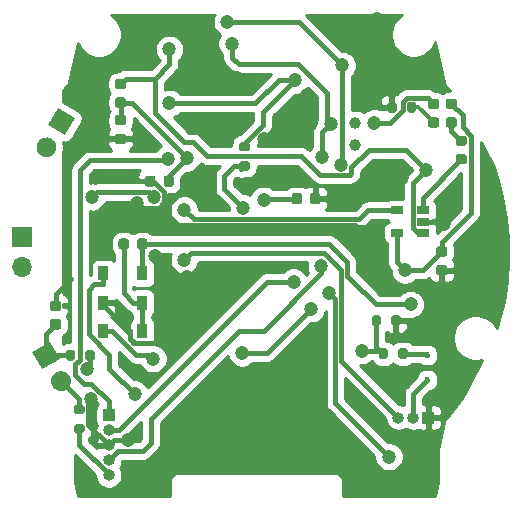
<source format=gbr>
G04 #@! TF.GenerationSoftware,KiCad,Pcbnew,5.1.8-1.fc33*
G04 #@! TF.CreationDate,2021-08-02T18:18:17+02:00*
G04 #@! TF.ProjectId,sense,73656e73-652e-46b6-9963-61645f706362,rev?*
G04 #@! TF.SameCoordinates,Original*
G04 #@! TF.FileFunction,Copper,L2,Bot*
G04 #@! TF.FilePolarity,Positive*
%FSLAX46Y46*%
G04 Gerber Fmt 4.6, Leading zero omitted, Abs format (unit mm)*
G04 Created by KiCad (PCBNEW 5.1.8-1.fc33) date 2021-08-02 18:18:17*
%MOMM*%
%LPD*%
G01*
G04 APERTURE LIST*
G04 #@! TA.AperFunction,ComponentPad*
%ADD10C,1.000000*%
G04 #@! TD*
G04 #@! TA.AperFunction,SMDPad,CuDef*
%ADD11R,0.900000X1.200000*%
G04 #@! TD*
G04 #@! TA.AperFunction,ComponentPad*
%ADD12R,1.000000X1.000000*%
G04 #@! TD*
G04 #@! TA.AperFunction,ComponentPad*
%ADD13O,1.000000X1.000000*%
G04 #@! TD*
G04 #@! TA.AperFunction,SMDPad,CuDef*
%ADD14R,0.450000X0.600000*%
G04 #@! TD*
G04 #@! TA.AperFunction,SMDPad,CuDef*
%ADD15R,1.060000X0.650000*%
G04 #@! TD*
G04 #@! TA.AperFunction,ComponentPad*
%ADD16C,0.100000*%
G04 #@! TD*
G04 #@! TA.AperFunction,ComponentPad*
%ADD17O,1.700000X1.700000*%
G04 #@! TD*
G04 #@! TA.AperFunction,ComponentPad*
%ADD18R,1.700000X1.700000*%
G04 #@! TD*
G04 #@! TA.AperFunction,ViaPad*
%ADD19C,1.200000*%
G04 #@! TD*
G04 #@! TA.AperFunction,Conductor*
%ADD20C,0.400000*%
G04 #@! TD*
G04 #@! TA.AperFunction,Conductor*
%ADD21C,0.300000*%
G04 #@! TD*
G04 #@! TA.AperFunction,Conductor*
%ADD22C,0.254000*%
G04 #@! TD*
G04 #@! TA.AperFunction,Conductor*
%ADD23C,0.100000*%
G04 #@! TD*
G04 APERTURE END LIST*
D10*
X167894000Y-109728000D03*
X167894000Y-107828000D03*
G04 #@! TA.AperFunction,SMDPad,CuDef*
G36*
G01*
X147825000Y-118336250D02*
X147825000Y-117823750D01*
G75*
G02*
X148043750Y-117605000I218750J0D01*
G01*
X148481250Y-117605000D01*
G75*
G02*
X148700000Y-117823750I0J-218750D01*
G01*
X148700000Y-118336250D01*
G75*
G02*
X148481250Y-118555000I-218750J0D01*
G01*
X148043750Y-118555000D01*
G75*
G02*
X147825000Y-118336250I0J218750D01*
G01*
G37*
G04 #@! TD.AperFunction*
G04 #@! TA.AperFunction,SMDPad,CuDef*
G36*
G01*
X149400000Y-118336250D02*
X149400000Y-117823750D01*
G75*
G02*
X149618750Y-117605000I218750J0D01*
G01*
X150056250Y-117605000D01*
G75*
G02*
X150275000Y-117823750I0J-218750D01*
G01*
X150275000Y-118336250D01*
G75*
G02*
X150056250Y-118555000I-218750J0D01*
G01*
X149618750Y-118555000D01*
G75*
G02*
X149400000Y-118336250I0J218750D01*
G01*
G37*
G04 #@! TD.AperFunction*
D11*
X146540000Y-123070000D03*
X149840000Y-123070000D03*
X146540000Y-125450000D03*
X149840000Y-125450000D03*
X146550000Y-120560000D03*
X149850000Y-120560000D03*
G04 #@! TA.AperFunction,SMDPad,CuDef*
G36*
G01*
X147743750Y-105670000D02*
X148256250Y-105670000D01*
G75*
G02*
X148475000Y-105888750I0J-218750D01*
G01*
X148475000Y-106326250D01*
G75*
G02*
X148256250Y-106545000I-218750J0D01*
G01*
X147743750Y-106545000D01*
G75*
G02*
X147525000Y-106326250I0J218750D01*
G01*
X147525000Y-105888750D01*
G75*
G02*
X147743750Y-105670000I218750J0D01*
G01*
G37*
G04 #@! TD.AperFunction*
G04 #@! TA.AperFunction,SMDPad,CuDef*
G36*
G01*
X147743750Y-104095000D02*
X148256250Y-104095000D01*
G75*
G02*
X148475000Y-104313750I0J-218750D01*
G01*
X148475000Y-104751250D01*
G75*
G02*
X148256250Y-104970000I-218750J0D01*
G01*
X147743750Y-104970000D01*
G75*
G02*
X147525000Y-104751250I0J218750D01*
G01*
X147525000Y-104313750D01*
G75*
G02*
X147743750Y-104095000I218750J0D01*
G01*
G37*
G04 #@! TD.AperFunction*
G04 #@! TA.AperFunction,SMDPad,CuDef*
G36*
G01*
X147743750Y-107155000D02*
X148256250Y-107155000D01*
G75*
G02*
X148475000Y-107373750I0J-218750D01*
G01*
X148475000Y-107811250D01*
G75*
G02*
X148256250Y-108030000I-218750J0D01*
G01*
X147743750Y-108030000D01*
G75*
G02*
X147525000Y-107811250I0J218750D01*
G01*
X147525000Y-107373750D01*
G75*
G02*
X147743750Y-107155000I218750J0D01*
G01*
G37*
G04 #@! TD.AperFunction*
G04 #@! TA.AperFunction,SMDPad,CuDef*
G36*
G01*
X147743750Y-108730000D02*
X148256250Y-108730000D01*
G75*
G02*
X148475000Y-108948750I0J-218750D01*
G01*
X148475000Y-109386250D01*
G75*
G02*
X148256250Y-109605000I-218750J0D01*
G01*
X147743750Y-109605000D01*
G75*
G02*
X147525000Y-109386250I0J218750D01*
G01*
X147525000Y-108948750D01*
G75*
G02*
X147743750Y-108730000I218750J0D01*
G01*
G37*
G04 #@! TD.AperFunction*
G04 #@! TA.AperFunction,SMDPad,CuDef*
G36*
G01*
X176603750Y-110470000D02*
X177116250Y-110470000D01*
G75*
G02*
X177335000Y-110688750I0J-218750D01*
G01*
X177335000Y-111126250D01*
G75*
G02*
X177116250Y-111345000I-218750J0D01*
G01*
X176603750Y-111345000D01*
G75*
G02*
X176385000Y-111126250I0J218750D01*
G01*
X176385000Y-110688750D01*
G75*
G02*
X176603750Y-110470000I218750J0D01*
G01*
G37*
G04 #@! TD.AperFunction*
G04 #@! TA.AperFunction,SMDPad,CuDef*
G36*
G01*
X176603750Y-108895000D02*
X177116250Y-108895000D01*
G75*
G02*
X177335000Y-109113750I0J-218750D01*
G01*
X177335000Y-109551250D01*
G75*
G02*
X177116250Y-109770000I-218750J0D01*
G01*
X176603750Y-109770000D01*
G75*
G02*
X176385000Y-109551250I0J218750D01*
G01*
X176385000Y-109113750D01*
G75*
G02*
X176603750Y-108895000I218750J0D01*
G01*
G37*
G04 #@! TD.AperFunction*
G04 #@! TA.AperFunction,SMDPad,CuDef*
G36*
G01*
X174943750Y-118275000D02*
X175456250Y-118275000D01*
G75*
G02*
X175675000Y-118493750I0J-218750D01*
G01*
X175675000Y-118931250D01*
G75*
G02*
X175456250Y-119150000I-218750J0D01*
G01*
X174943750Y-119150000D01*
G75*
G02*
X174725000Y-118931250I0J218750D01*
G01*
X174725000Y-118493750D01*
G75*
G02*
X174943750Y-118275000I218750J0D01*
G01*
G37*
G04 #@! TD.AperFunction*
G04 #@! TA.AperFunction,SMDPad,CuDef*
G36*
G01*
X174943750Y-119850000D02*
X175456250Y-119850000D01*
G75*
G02*
X175675000Y-120068750I0J-218750D01*
G01*
X175675000Y-120506250D01*
G75*
G02*
X175456250Y-120725000I-218750J0D01*
G01*
X174943750Y-120725000D01*
G75*
G02*
X174725000Y-120506250I0J218750D01*
G01*
X174725000Y-120068750D01*
G75*
G02*
X174943750Y-119850000I218750J0D01*
G01*
G37*
G04 #@! TD.AperFunction*
G04 #@! TA.AperFunction,SMDPad,CuDef*
G36*
G01*
X176256250Y-108225000D02*
X175743750Y-108225000D01*
G75*
G02*
X175525000Y-108006250I0J218750D01*
G01*
X175525000Y-107568750D01*
G75*
G02*
X175743750Y-107350000I218750J0D01*
G01*
X176256250Y-107350000D01*
G75*
G02*
X176475000Y-107568750I0J-218750D01*
G01*
X176475000Y-108006250D01*
G75*
G02*
X176256250Y-108225000I-218750J0D01*
G01*
G37*
G04 #@! TD.AperFunction*
G04 #@! TA.AperFunction,SMDPad,CuDef*
G36*
G01*
X176256250Y-106650000D02*
X175743750Y-106650000D01*
G75*
G02*
X175525000Y-106431250I0J218750D01*
G01*
X175525000Y-105993750D01*
G75*
G02*
X175743750Y-105775000I218750J0D01*
G01*
X176256250Y-105775000D01*
G75*
G02*
X176475000Y-105993750I0J-218750D01*
G01*
X176475000Y-106431250D01*
G75*
G02*
X176256250Y-106650000I-218750J0D01*
G01*
G37*
G04 #@! TD.AperFunction*
G04 #@! TA.AperFunction,SMDPad,CuDef*
G36*
G01*
X152515000Y-112503750D02*
X152515000Y-113016250D01*
G75*
G02*
X152296250Y-113235000I-218750J0D01*
G01*
X151858750Y-113235000D01*
G75*
G02*
X151640000Y-113016250I0J218750D01*
G01*
X151640000Y-112503750D01*
G75*
G02*
X151858750Y-112285000I218750J0D01*
G01*
X152296250Y-112285000D01*
G75*
G02*
X152515000Y-112503750I0J-218750D01*
G01*
G37*
G04 #@! TD.AperFunction*
G04 #@! TA.AperFunction,SMDPad,CuDef*
G36*
G01*
X150940000Y-112503750D02*
X150940000Y-113016250D01*
G75*
G02*
X150721250Y-113235000I-218750J0D01*
G01*
X150283750Y-113235000D01*
G75*
G02*
X150065000Y-113016250I0J218750D01*
G01*
X150065000Y-112503750D01*
G75*
G02*
X150283750Y-112285000I218750J0D01*
G01*
X150721250Y-112285000D01*
G75*
G02*
X150940000Y-112503750I0J-218750D01*
G01*
G37*
G04 #@! TD.AperFunction*
D12*
X147012660Y-132593080D03*
D13*
X147012660Y-133863080D03*
X147012660Y-135133080D03*
X147012660Y-136403080D03*
X147012660Y-137673080D03*
G04 #@! TA.AperFunction,SMDPad,CuDef*
G36*
G01*
X162485620Y-114489040D02*
X162485620Y-113989040D01*
G75*
G02*
X162710620Y-113764040I225000J0D01*
G01*
X163160620Y-113764040D01*
G75*
G02*
X163385620Y-113989040I0J-225000D01*
G01*
X163385620Y-114489040D01*
G75*
G02*
X163160620Y-114714040I-225000J0D01*
G01*
X162710620Y-114714040D01*
G75*
G02*
X162485620Y-114489040I0J225000D01*
G01*
G37*
G04 #@! TD.AperFunction*
G04 #@! TA.AperFunction,SMDPad,CuDef*
G36*
G01*
X164035620Y-114489040D02*
X164035620Y-113989040D01*
G75*
G02*
X164260620Y-113764040I225000J0D01*
G01*
X164710620Y-113764040D01*
G75*
G02*
X164935620Y-113989040I0J-225000D01*
G01*
X164935620Y-114489040D01*
G75*
G02*
X164710620Y-114714040I-225000J0D01*
G01*
X164260620Y-114714040D01*
G75*
G02*
X164035620Y-114489040I0J225000D01*
G01*
G37*
G04 #@! TD.AperFunction*
D14*
X173982380Y-127491780D03*
X173982380Y-129591780D03*
G04 #@! TA.AperFunction,SMDPad,CuDef*
G36*
G01*
X170654160Y-127088220D02*
X170654160Y-127638220D01*
G75*
G02*
X170454160Y-127838220I-200000J0D01*
G01*
X170054160Y-127838220D01*
G75*
G02*
X169854160Y-127638220I0J200000D01*
G01*
X169854160Y-127088220D01*
G75*
G02*
X170054160Y-126888220I200000J0D01*
G01*
X170454160Y-126888220D01*
G75*
G02*
X170654160Y-127088220I0J-200000D01*
G01*
G37*
G04 #@! TD.AperFunction*
G04 #@! TA.AperFunction,SMDPad,CuDef*
G36*
G01*
X172304160Y-127088220D02*
X172304160Y-127638220D01*
G75*
G02*
X172104160Y-127838220I-200000J0D01*
G01*
X171704160Y-127838220D01*
G75*
G02*
X171504160Y-127638220I0J200000D01*
G01*
X171504160Y-127088220D01*
G75*
G02*
X171704160Y-126888220I200000J0D01*
G01*
X172104160Y-126888220D01*
G75*
G02*
X172304160Y-127088220I0J-200000D01*
G01*
G37*
G04 #@! TD.AperFunction*
G04 #@! TA.AperFunction,SMDPad,CuDef*
G36*
G01*
X169269960Y-124834060D02*
X169269960Y-124284060D01*
G75*
G02*
X169469960Y-124084060I200000J0D01*
G01*
X169869960Y-124084060D01*
G75*
G02*
X170069960Y-124284060I0J-200000D01*
G01*
X170069960Y-124834060D01*
G75*
G02*
X169869960Y-125034060I-200000J0D01*
G01*
X169469960Y-125034060D01*
G75*
G02*
X169269960Y-124834060I0J200000D01*
G01*
G37*
G04 #@! TD.AperFunction*
G04 #@! TA.AperFunction,SMDPad,CuDef*
G36*
G01*
X170919960Y-124834060D02*
X170919960Y-124284060D01*
G75*
G02*
X171119960Y-124084060I200000J0D01*
G01*
X171519960Y-124084060D01*
G75*
G02*
X171719960Y-124284060I0J-200000D01*
G01*
X171719960Y-124834060D01*
G75*
G02*
X171519960Y-125034060I-200000J0D01*
G01*
X171119960Y-125034060D01*
G75*
G02*
X170919960Y-124834060I0J200000D01*
G01*
G37*
G04 #@! TD.AperFunction*
D12*
X174068740Y-132770880D03*
D13*
X172798740Y-132770880D03*
X171528740Y-132770880D03*
G04 #@! TA.AperFunction,SMDPad,CuDef*
G36*
G01*
X158221000Y-109427560D02*
X158771000Y-109427560D01*
G75*
G02*
X158971000Y-109627560I0J-200000D01*
G01*
X158971000Y-110027560D01*
G75*
G02*
X158771000Y-110227560I-200000J0D01*
G01*
X158221000Y-110227560D01*
G75*
G02*
X158021000Y-110027560I0J200000D01*
G01*
X158021000Y-109627560D01*
G75*
G02*
X158221000Y-109427560I200000J0D01*
G01*
G37*
G04 #@! TD.AperFunction*
G04 #@! TA.AperFunction,SMDPad,CuDef*
G36*
G01*
X158221000Y-111077560D02*
X158771000Y-111077560D01*
G75*
G02*
X158971000Y-111277560I0J-200000D01*
G01*
X158971000Y-111677560D01*
G75*
G02*
X158771000Y-111877560I-200000J0D01*
G01*
X158221000Y-111877560D01*
G75*
G02*
X158021000Y-111677560I0J200000D01*
G01*
X158021000Y-111277560D01*
G75*
G02*
X158221000Y-111077560I200000J0D01*
G01*
G37*
G04 #@! TD.AperFunction*
D15*
X173609180Y-115227060D03*
X173609180Y-116177060D03*
X173609180Y-117127060D03*
X171409180Y-117127060D03*
X171409180Y-115227060D03*
G04 #@! TA.AperFunction,ComponentPad*
D16*
G36*
X141838878Y-108011122D02*
G01*
X142688878Y-106538878D01*
X144161122Y-107388878D01*
X143311122Y-108861122D01*
X141838878Y-108011122D01*
G37*
G04 #@! TD.AperFunction*
G04 #@! TA.AperFunction,ComponentPad*
G36*
G01*
X140993878Y-109474705D02*
X140993878Y-109474705D01*
G75*
G02*
X142155000Y-109163583I736122J-425000D01*
G01*
X142155000Y-109163583D01*
G75*
G02*
X142466122Y-110324705I-425000J-736122D01*
G01*
X142466122Y-110324705D01*
G75*
G02*
X141305000Y-110635827I-736122J425000D01*
G01*
X141305000Y-110635827D01*
G75*
G02*
X140993878Y-109474705I425000J736122D01*
G01*
G37*
G04 #@! TD.AperFunction*
D17*
X139700000Y-120040000D03*
D18*
X139700000Y-117500000D03*
G04 #@! TA.AperFunction,ComponentPad*
D16*
G36*
X141388878Y-128661122D02*
G01*
X140538878Y-127188878D01*
X142011122Y-126338878D01*
X142861122Y-127811122D01*
X141388878Y-128661122D01*
G37*
G04 #@! TD.AperFunction*
G04 #@! TA.AperFunction,ComponentPad*
G36*
G01*
X142233878Y-130124705D02*
X142233878Y-130124705D01*
G75*
G02*
X142545000Y-128963583I736122J425000D01*
G01*
X142545000Y-128963583D01*
G75*
G02*
X143706122Y-129274705I425000J-736122D01*
G01*
X143706122Y-129274705D01*
G75*
G02*
X143395000Y-130435827I-736122J-425000D01*
G01*
X143395000Y-130435827D01*
G75*
G02*
X142233878Y-130124705I-425000J736122D01*
G01*
G37*
G04 #@! TD.AperFunction*
G04 #@! TA.AperFunction,SMDPad,CuDef*
G36*
G01*
X145825000Y-127225000D02*
X145825000Y-127775000D01*
G75*
G02*
X145625000Y-127975000I-200000J0D01*
G01*
X145225000Y-127975000D01*
G75*
G02*
X145025000Y-127775000I0J200000D01*
G01*
X145025000Y-127225000D01*
G75*
G02*
X145225000Y-127025000I200000J0D01*
G01*
X145625000Y-127025000D01*
G75*
G02*
X145825000Y-127225000I0J-200000D01*
G01*
G37*
G04 #@! TD.AperFunction*
G04 #@! TA.AperFunction,SMDPad,CuDef*
G36*
G01*
X144175000Y-127225000D02*
X144175000Y-127775000D01*
G75*
G02*
X143975000Y-127975000I-200000J0D01*
G01*
X143575000Y-127975000D01*
G75*
G02*
X143375000Y-127775000I0J200000D01*
G01*
X143375000Y-127225000D01*
G75*
G02*
X143575000Y-127025000I200000J0D01*
G01*
X143975000Y-127025000D01*
G75*
G02*
X144175000Y-127225000I0J-200000D01*
G01*
G37*
G04 #@! TD.AperFunction*
G04 #@! TA.AperFunction,SMDPad,CuDef*
G36*
G01*
X144775000Y-134125000D02*
X144225000Y-134125000D01*
G75*
G02*
X144025000Y-133925000I0J200000D01*
G01*
X144025000Y-133525000D01*
G75*
G02*
X144225000Y-133325000I200000J0D01*
G01*
X144775000Y-133325000D01*
G75*
G02*
X144975000Y-133525000I0J-200000D01*
G01*
X144975000Y-133925000D01*
G75*
G02*
X144775000Y-134125000I-200000J0D01*
G01*
G37*
G04 #@! TD.AperFunction*
G04 #@! TA.AperFunction,SMDPad,CuDef*
G36*
G01*
X144775000Y-132475000D02*
X144225000Y-132475000D01*
G75*
G02*
X144025000Y-132275000I0J200000D01*
G01*
X144025000Y-131875000D01*
G75*
G02*
X144225000Y-131675000I200000J0D01*
G01*
X144775000Y-131675000D01*
G75*
G02*
X144975000Y-131875000I0J-200000D01*
G01*
X144975000Y-132275000D01*
G75*
G02*
X144775000Y-132475000I-200000J0D01*
G01*
G37*
G04 #@! TD.AperFunction*
G04 #@! TA.AperFunction,SMDPad,CuDef*
G36*
G01*
X142750000Y-123775000D02*
X142250000Y-123775000D01*
G75*
G02*
X142025000Y-123550000I0J225000D01*
G01*
X142025000Y-123100000D01*
G75*
G02*
X142250000Y-122875000I225000J0D01*
G01*
X142750000Y-122875000D01*
G75*
G02*
X142975000Y-123100000I0J-225000D01*
G01*
X142975000Y-123550000D01*
G75*
G02*
X142750000Y-123775000I-225000J0D01*
G01*
G37*
G04 #@! TD.AperFunction*
G04 #@! TA.AperFunction,SMDPad,CuDef*
G36*
G01*
X142750000Y-125325000D02*
X142250000Y-125325000D01*
G75*
G02*
X142025000Y-125100000I0J225000D01*
G01*
X142025000Y-124650000D01*
G75*
G02*
X142250000Y-124425000I225000J0D01*
G01*
X142750000Y-124425000D01*
G75*
G02*
X142975000Y-124650000I0J-225000D01*
G01*
X142975000Y-125100000D01*
G75*
G02*
X142750000Y-125325000I-225000J0D01*
G01*
G37*
G04 #@! TD.AperFunction*
G04 #@! TA.AperFunction,SMDPad,CuDef*
G36*
G01*
X174756250Y-108225000D02*
X174243750Y-108225000D01*
G75*
G02*
X174025000Y-108006250I0J218750D01*
G01*
X174025000Y-107568750D01*
G75*
G02*
X174243750Y-107350000I218750J0D01*
G01*
X174756250Y-107350000D01*
G75*
G02*
X174975000Y-107568750I0J-218750D01*
G01*
X174975000Y-108006250D01*
G75*
G02*
X174756250Y-108225000I-218750J0D01*
G01*
G37*
G04 #@! TD.AperFunction*
G04 #@! TA.AperFunction,SMDPad,CuDef*
G36*
G01*
X174756250Y-106650000D02*
X174243750Y-106650000D01*
G75*
G02*
X174025000Y-106431250I0J218750D01*
G01*
X174025000Y-105993750D01*
G75*
G02*
X174243750Y-105775000I218750J0D01*
G01*
X174756250Y-105775000D01*
G75*
G02*
X174975000Y-105993750I0J-218750D01*
G01*
X174975000Y-106431250D01*
G75*
G02*
X174756250Y-106650000I-218750J0D01*
G01*
G37*
G04 #@! TD.AperFunction*
G04 #@! TA.AperFunction,SMDPad,CuDef*
G36*
G01*
X173025000Y-106225000D02*
X173025000Y-106775000D01*
G75*
G02*
X172825000Y-106975000I-200000J0D01*
G01*
X172425000Y-106975000D01*
G75*
G02*
X172225000Y-106775000I0J200000D01*
G01*
X172225000Y-106225000D01*
G75*
G02*
X172425000Y-106025000I200000J0D01*
G01*
X172825000Y-106025000D01*
G75*
G02*
X173025000Y-106225000I0J-200000D01*
G01*
G37*
G04 #@! TD.AperFunction*
G04 #@! TA.AperFunction,SMDPad,CuDef*
G36*
G01*
X171375000Y-106225000D02*
X171375000Y-106775000D01*
G75*
G02*
X171175000Y-106975000I-200000J0D01*
G01*
X170775000Y-106975000D01*
G75*
G02*
X170575000Y-106775000I0J200000D01*
G01*
X170575000Y-106225000D01*
G75*
G02*
X170775000Y-106025000I200000J0D01*
G01*
X171175000Y-106025000D01*
G75*
G02*
X171375000Y-106225000I0J-200000D01*
G01*
G37*
G04 #@! TD.AperFunction*
D19*
X149400000Y-114600000D03*
X144250000Y-104150000D03*
X171450000Y-103400000D03*
X169900000Y-118850000D03*
X179055000Y-111995000D03*
X153600000Y-120900000D03*
X175400000Y-123150000D03*
X169680000Y-99020000D03*
X153162000Y-104648000D03*
X153670000Y-107696000D03*
X156438600Y-133179820D03*
X154820000Y-99340000D03*
X157873700Y-103995220D03*
X171805600Y-112463580D03*
X175361600Y-116413280D03*
X163774120Y-105443020D03*
X161533840Y-112806480D03*
X160162240Y-109189520D03*
X144500000Y-109900000D03*
X148600000Y-134700000D03*
X145500000Y-131200000D03*
X150900000Y-119100000D03*
X151482220Y-116500001D03*
X156900000Y-121600000D03*
X162814000Y-104200000D03*
X152146000Y-106172000D03*
X158300000Y-127300000D03*
X164150000Y-123550000D03*
X172552360Y-123195080D03*
X149190000Y-130780000D03*
X150763173Y-127786827D03*
X165798500Y-107878880D03*
X165050000Y-110749999D03*
X157440000Y-101110000D03*
X166790000Y-102960000D03*
X166650000Y-111350000D03*
X157030000Y-99280000D03*
X152146000Y-101600000D03*
X173900000Y-111800000D03*
X172095160Y-120317260D03*
X153640000Y-110790000D03*
X153400000Y-115200000D03*
X165011100Y-119933720D03*
X162650000Y-121300000D03*
X152000000Y-110900000D03*
X170730000Y-136080000D03*
X165650000Y-122200000D03*
X168419780Y-127096520D03*
X160124468Y-114378412D03*
X153400000Y-119400000D03*
X158400000Y-115000000D03*
X145600000Y-114100000D03*
X150800000Y-114100000D03*
X145200000Y-128700000D03*
X169500000Y-107800000D03*
D20*
X148000000Y-109167500D02*
X147562500Y-109167500D01*
X149069999Y-126450001D02*
X151649999Y-126450001D01*
X146540000Y-123070000D02*
X146540000Y-123220000D01*
X151649999Y-126450001D02*
X152500000Y-125600000D01*
X169200000Y-117025000D02*
X169200000Y-118150000D01*
X169200000Y-118150000D02*
X169900000Y-118850000D01*
X146540000Y-123220000D02*
X148800000Y-125480000D01*
X148800000Y-125480000D02*
X148800000Y-126111458D01*
X149104271Y-126415729D02*
X148800000Y-126111458D01*
X175200000Y-122950000D02*
X175400000Y-123150000D01*
X175200000Y-120287500D02*
X175200000Y-122950000D01*
X168829290Y-116654290D02*
X169200000Y-117025000D01*
X167969168Y-116654290D02*
X168829290Y-116654290D01*
X147950000Y-115300000D02*
X149150001Y-116500001D01*
X167814879Y-116500001D02*
X167969168Y-116654290D01*
X149150001Y-116500001D02*
X167814879Y-116500001D01*
X173990940Y-124559060D02*
X175400000Y-123150000D01*
X171319960Y-124559060D02*
X173990940Y-124559060D01*
X171473584Y-112463580D02*
X171805600Y-112463580D01*
X175125380Y-116177060D02*
X175361600Y-116413280D01*
X173609180Y-116177060D02*
X175125380Y-116177060D01*
X170030140Y-114239040D02*
X171805600Y-112463580D01*
X168480740Y-114239040D02*
X170030140Y-114239040D01*
X164485620Y-114239040D02*
X168480740Y-114239040D01*
X168480740Y-114239040D02*
X168954040Y-114239040D01*
X149800001Y-115000001D02*
X149400000Y-114600000D01*
X151232001Y-115000001D02*
X149800001Y-115000001D01*
X151700001Y-114532001D02*
X151232001Y-115000001D01*
X151700001Y-113667999D02*
X151700001Y-114532001D01*
X150792002Y-112760000D02*
X151700001Y-113667999D01*
X150502500Y-112760000D02*
X150792002Y-112760000D01*
X142500000Y-123325000D02*
X142500000Y-122300000D01*
X142500000Y-122300000D02*
X143800000Y-121000000D01*
X149150001Y-116500001D02*
X149300001Y-116500001D01*
X147445740Y-134700000D02*
X148600000Y-134700000D01*
X147012660Y-135133080D02*
X147445740Y-134700000D01*
X145275010Y-131424990D02*
X145500000Y-131200000D01*
X145275010Y-133395430D02*
X145275010Y-131424990D01*
X147012660Y-135133080D02*
X145275010Y-133395430D01*
X160400000Y-127300000D02*
X158300000Y-127300000D01*
X164150000Y-123550000D02*
X160400000Y-127300000D01*
X152146000Y-106172000D02*
X159428000Y-106172000D01*
X159428000Y-106172000D02*
X161400000Y-104200000D01*
X160083000Y-106931000D02*
X162814000Y-104200000D01*
X160083000Y-107983020D02*
X160083000Y-106931000D01*
X158496000Y-109570020D02*
X160083000Y-107983020D01*
X158496000Y-109827560D02*
X158496000Y-109570020D01*
X161400000Y-104200000D02*
X162814000Y-104200000D01*
X147012660Y-137587082D02*
X147012660Y-137673080D01*
X144500000Y-135074422D02*
X147012660Y-137587082D01*
X144500000Y-133725000D02*
X144500000Y-135074422D01*
X149840000Y-122920000D02*
X149840000Y-123070000D01*
X148262500Y-122242500D02*
X149090000Y-123070000D01*
X149090000Y-123070000D02*
X149840000Y-123070000D01*
X148262500Y-118080000D02*
X148262500Y-122242500D01*
X149840000Y-125450000D02*
X149840000Y-123070000D01*
D21*
X149850000Y-118092500D02*
X149837500Y-118080000D01*
D20*
X149850000Y-120560000D02*
X149850000Y-118092500D01*
D21*
X167321440Y-120878560D02*
X167471440Y-121028560D01*
D20*
X169637960Y-123195080D02*
X172552360Y-123195080D01*
X167471440Y-121028560D02*
X169637960Y-123195080D01*
X167199999Y-120757119D02*
X167471440Y-121028560D01*
X165680000Y-118080002D02*
X167199999Y-119600001D01*
X165680000Y-118080000D02*
X165680000Y-118080002D01*
X167199999Y-119600001D02*
X167199999Y-120757119D01*
X149837500Y-118080000D02*
X165680000Y-118080000D01*
X146550000Y-120560000D02*
X146550000Y-121460000D01*
X146550000Y-121460000D02*
X145790000Y-121460000D01*
X145790000Y-121460000D02*
X145300000Y-121950000D01*
X147055000Y-127455000D02*
X147055000Y-128645000D01*
X145300000Y-125700000D02*
X147055000Y-127455000D01*
X147055000Y-128645000D02*
X149190000Y-130780000D01*
X145300000Y-121950000D02*
X145300000Y-125700000D01*
X146540000Y-125450000D02*
X147290000Y-125450000D01*
X147290000Y-125450000D02*
X149343419Y-127503419D01*
X149343419Y-127503419D02*
X150479765Y-127503419D01*
X150479765Y-127503419D02*
X150763173Y-127786827D01*
X165050000Y-108627380D02*
X165798500Y-107878880D01*
X165050000Y-110749999D02*
X165050000Y-108627380D01*
X165449999Y-107530379D02*
X165798500Y-107878880D01*
X165449999Y-105279999D02*
X165449999Y-107530379D01*
X163020000Y-102850000D02*
X165449999Y-105279999D01*
X158000000Y-102850000D02*
X163020000Y-102850000D01*
X157440000Y-102290000D02*
X158000000Y-102850000D01*
X157440000Y-101110000D02*
X157440000Y-102290000D01*
D21*
X166900000Y-103070000D02*
X166790000Y-102960000D01*
D20*
X166790000Y-111210000D02*
X166650000Y-111350000D01*
X166790000Y-102960000D02*
X166790000Y-111210000D01*
X166790000Y-102940000D02*
X166790000Y-102960000D01*
X166790000Y-102960000D02*
X163110000Y-99280000D01*
X157030000Y-99280000D02*
X163110000Y-99280000D01*
D21*
X173900000Y-111800000D02*
X174060000Y-111640000D01*
D20*
X148461612Y-104070888D02*
X150919112Y-104070888D01*
X148000000Y-104532500D02*
X148461612Y-104070888D01*
X173900000Y-111800000D02*
X172190000Y-110090000D01*
X150919112Y-106977112D02*
X153416000Y-109474000D01*
X150919112Y-104070888D02*
X150919112Y-106977112D01*
X153416000Y-109474000D02*
X154178000Y-109474000D01*
X152146000Y-102844000D02*
X152146000Y-101600000D01*
X150919112Y-104070888D02*
X152146000Y-102844000D01*
X172190000Y-110090000D02*
X169056000Y-110090000D01*
X169056000Y-110090000D02*
X167550001Y-111595999D01*
X155333700Y-110629700D02*
X163304220Y-110629700D01*
X154178000Y-109474000D02*
X155333700Y-110629700D01*
X164924521Y-112250001D02*
X167391641Y-112250001D01*
X167391641Y-112250001D02*
X167550001Y-112091641D01*
X163304220Y-110629700D02*
X164924521Y-112250001D01*
X167550001Y-111595999D02*
X167550001Y-112091641D01*
X173144380Y-112555620D02*
X173900000Y-111800000D01*
X172779179Y-112920821D02*
X173900000Y-111800000D01*
X172779179Y-116742061D02*
X172779179Y-112920821D01*
X173164178Y-117127060D02*
X172779179Y-116742061D01*
X173609180Y-117127060D02*
X173164178Y-117127060D01*
X176972510Y-107185010D02*
X176000000Y-106212500D01*
X176972510Y-108201016D02*
X177685010Y-108913516D01*
X176972510Y-107185010D02*
X176972510Y-108201016D01*
X173595240Y-120317260D02*
X175200000Y-118712500D01*
X172095160Y-120317260D02*
X173595240Y-120317260D01*
X171409180Y-119631280D02*
X172095160Y-120317260D01*
X171409180Y-117127060D02*
X171409180Y-119631280D01*
X177685010Y-115421872D02*
X175200000Y-117906882D01*
X175200000Y-117906882D02*
X175200000Y-118712500D01*
X177685010Y-108913516D02*
X177685010Y-115421872D01*
X176000000Y-108472500D02*
X176860000Y-109332500D01*
X176000000Y-107787500D02*
X176000000Y-108472500D01*
X148000000Y-106107500D02*
X148000000Y-107592500D01*
X148000000Y-106107500D02*
X148957500Y-106107500D01*
X148957500Y-106107500D02*
X153640000Y-110790000D01*
X152077500Y-112352500D02*
X153640000Y-110790000D01*
X152077500Y-112760000D02*
X152077500Y-112352500D01*
X173609180Y-114158320D02*
X176860000Y-110907500D01*
X173609180Y-115227060D02*
X173609180Y-114158320D01*
X153400000Y-115200000D02*
X154199991Y-115999991D01*
X168972922Y-115227060D02*
X171409180Y-115227060D01*
X168199991Y-115999991D02*
X168972922Y-115227060D01*
X154199991Y-115999991D02*
X168199991Y-115999991D01*
D21*
X165028003Y-120549999D02*
X165050001Y-120549999D01*
D20*
X147815740Y-135600000D02*
X147012660Y-136403080D01*
X149900000Y-135600000D02*
X147815740Y-135600000D01*
X150600000Y-134900000D02*
X149900000Y-135600000D01*
X150600000Y-132900000D02*
X150600000Y-134900000D01*
X158050000Y-125450000D02*
X150600000Y-132900000D01*
X160128002Y-125450000D02*
X158050000Y-125450000D01*
X165011100Y-120566902D02*
X165011100Y-119933720D01*
X160128002Y-125450000D02*
X165011100Y-120566902D01*
D21*
X161492880Y-121300000D02*
X162650000Y-121300000D01*
D20*
X160400000Y-121300000D02*
X162650000Y-121300000D01*
X147836920Y-133863080D02*
X149299310Y-132400690D01*
X149299310Y-132400690D02*
X160400000Y-121300000D01*
X147012660Y-133863080D02*
X147836920Y-133863080D01*
X149000000Y-132700000D02*
X149299310Y-132400690D01*
X145400000Y-111000000D02*
X151900000Y-111000000D01*
X144550000Y-127907122D02*
X144550000Y-111850000D01*
X144182112Y-128275010D02*
X144550000Y-127907122D01*
X151900000Y-111000000D02*
X152000000Y-110900000D01*
X144182112Y-129209815D02*
X144182112Y-128275010D01*
X144872297Y-129900000D02*
X144182112Y-129209815D01*
X144550000Y-111850000D02*
X145400000Y-111000000D01*
X145500000Y-129900000D02*
X144872297Y-129900000D01*
X147012660Y-131412660D02*
X145500000Y-129900000D01*
X147012660Y-132593080D02*
X147012660Y-131412660D01*
X166240000Y-131590000D02*
X170730000Y-136080000D01*
X170730000Y-136080000D02*
X166199979Y-131549979D01*
X166199979Y-122749979D02*
X165650000Y-122200000D01*
X166199979Y-131549979D02*
X166199979Y-122749979D01*
X141700000Y-127500000D02*
X143775000Y-127500000D01*
X141700000Y-125675000D02*
X142500000Y-124875000D01*
X141700000Y-127500000D02*
X141700000Y-125675000D01*
X173853820Y-127363220D02*
X173982380Y-127491780D01*
X171904160Y-127363220D02*
X173853820Y-127363220D01*
X172798740Y-130775420D02*
X173982380Y-129591780D01*
X172798740Y-132770880D02*
X172798740Y-130775420D01*
X169987460Y-127096520D02*
X170254160Y-127363220D01*
X168419780Y-127096520D02*
X169987460Y-127096520D01*
X160263840Y-114239040D02*
X160124468Y-114378412D01*
X162935620Y-114239040D02*
X160263840Y-114239040D01*
X169669960Y-126779020D02*
X170254160Y-127363220D01*
X169669960Y-124559060D02*
X169669960Y-126779020D01*
X158231840Y-111741720D02*
X158496000Y-111477560D01*
X158231840Y-114831840D02*
X158400000Y-115000000D01*
X158400000Y-115000000D02*
X156800000Y-113400000D01*
X156800000Y-113400000D02*
X156800000Y-112300000D01*
X157622440Y-111477560D02*
X158496000Y-111477560D01*
X156800000Y-112300000D02*
X157622440Y-111477560D01*
X166699989Y-127942129D02*
X171528740Y-132770880D01*
X166699989Y-120290607D02*
X166699989Y-127942129D01*
X165209383Y-118800001D02*
X166699989Y-120290607D01*
X153999999Y-118800001D02*
X165209383Y-118800001D01*
X153400000Y-119400000D02*
X153999999Y-118800001D01*
X144500000Y-131229705D02*
X142970000Y-129699705D01*
X144500000Y-132075000D02*
X144500000Y-131229705D01*
X146000001Y-113699999D02*
X150399999Y-113699999D01*
X150399999Y-113699999D02*
X150800000Y-114100000D01*
X145600000Y-114100000D02*
X146000001Y-113699999D01*
X145425000Y-128475000D02*
X145200000Y-128700000D01*
X145425000Y-127500000D02*
X145425000Y-128475000D01*
D21*
X173212500Y-106500000D02*
X174500000Y-107787500D01*
X172625000Y-106500000D02*
X173212500Y-106500000D01*
D20*
X174012490Y-105724990D02*
X174500000Y-106212500D01*
X172217888Y-105724990D02*
X174012490Y-105724990D01*
X171924990Y-106017888D02*
X172217888Y-105724990D01*
X171924990Y-106732132D02*
X171924990Y-106017888D01*
X170857122Y-107800000D02*
X171924990Y-106732132D01*
X169500000Y-107800000D02*
X170857122Y-107800000D01*
D22*
X179579688Y-111577323D02*
X179873362Y-112393620D01*
X180335507Y-114119948D01*
X180651576Y-115878894D01*
X180819351Y-117658115D01*
X180837657Y-119445133D01*
X180706365Y-121227409D01*
X180426394Y-122992463D01*
X179999708Y-124727900D01*
X179834986Y-125216991D01*
X179794156Y-125118419D01*
X179581235Y-124799761D01*
X179310239Y-124528765D01*
X178991581Y-124315844D01*
X178637507Y-124169182D01*
X178261624Y-124094414D01*
X177878376Y-124094414D01*
X177502493Y-124169182D01*
X177148419Y-124315844D01*
X176829761Y-124528765D01*
X176558765Y-124799761D01*
X176345844Y-125118419D01*
X176199182Y-125472493D01*
X176124414Y-125848376D01*
X176124414Y-126231624D01*
X176199182Y-126607507D01*
X176345844Y-126961581D01*
X176558765Y-127280239D01*
X176829761Y-127551235D01*
X177148419Y-127764156D01*
X177502493Y-127910818D01*
X177878376Y-127985586D01*
X178261624Y-127985586D01*
X178584165Y-127921428D01*
X177172882Y-130715881D01*
X176900651Y-131134870D01*
X175798611Y-132554941D01*
X175549965Y-132842900D01*
X175546423Y-132845740D01*
X175462809Y-132945291D01*
X175400220Y-133059242D01*
X175370877Y-133152152D01*
X174865141Y-135551461D01*
X174854589Y-135586246D01*
X174848582Y-135647236D01*
X174841889Y-135708073D01*
X174845039Y-135744277D01*
X174845040Y-138221321D01*
X174587021Y-139443000D01*
X166868958Y-139443000D01*
X166873193Y-139400000D01*
X166870000Y-139367581D01*
X166870000Y-138182419D01*
X166873193Y-138150000D01*
X166860450Y-138020617D01*
X166822710Y-137896207D01*
X166761425Y-137781550D01*
X166678948Y-137681052D01*
X166578450Y-137598575D01*
X166463793Y-137537290D01*
X166339383Y-137499550D01*
X166242419Y-137490000D01*
X166210000Y-137486807D01*
X166177581Y-137490000D01*
X152842419Y-137490000D01*
X152810000Y-137486807D01*
X152777581Y-137490000D01*
X152680617Y-137499550D01*
X152556207Y-137537290D01*
X152441550Y-137598575D01*
X152341052Y-137681052D01*
X152258575Y-137781550D01*
X152197290Y-137896207D01*
X152159550Y-138020617D01*
X152146807Y-138150000D01*
X152150000Y-138182420D01*
X152150001Y-139367571D01*
X152146807Y-139400000D01*
X152151042Y-139443000D01*
X144432852Y-139443000D01*
X144170000Y-138205816D01*
X144170000Y-135925289D01*
X145877660Y-137632951D01*
X145877660Y-137784868D01*
X145921277Y-138004147D01*
X146006836Y-138210704D01*
X146131048Y-138396600D01*
X146289140Y-138554692D01*
X146475036Y-138678904D01*
X146681593Y-138764463D01*
X146900872Y-138808080D01*
X147124448Y-138808080D01*
X147343727Y-138764463D01*
X147550284Y-138678904D01*
X147736180Y-138554692D01*
X147894272Y-138396600D01*
X148018484Y-138210704D01*
X148104043Y-138004147D01*
X148147660Y-137784868D01*
X148147660Y-137561292D01*
X148104043Y-137342013D01*
X148018484Y-137135456D01*
X147953419Y-137038080D01*
X148018484Y-136940704D01*
X148104043Y-136734147D01*
X148147660Y-136514868D01*
X148147660Y-136448948D01*
X148161608Y-136435000D01*
X149858982Y-136435000D01*
X149900000Y-136439040D01*
X149941018Y-136435000D01*
X149941019Y-136435000D01*
X150063689Y-136422918D01*
X150221087Y-136375172D01*
X150366146Y-136297636D01*
X150493291Y-136193291D01*
X150519446Y-136161422D01*
X151161426Y-135519442D01*
X151193291Y-135493291D01*
X151297636Y-135366146D01*
X151375172Y-135221087D01*
X151422918Y-135063689D01*
X151435000Y-134941019D01*
X151435000Y-134941009D01*
X151439039Y-134900001D01*
X151435000Y-134858993D01*
X151435000Y-133245867D01*
X157097225Y-127583643D01*
X157112460Y-127660236D01*
X157205557Y-127884992D01*
X157340713Y-128087267D01*
X157512733Y-128259287D01*
X157715008Y-128394443D01*
X157939764Y-128487540D01*
X158178363Y-128535000D01*
X158421637Y-128535000D01*
X158660236Y-128487540D01*
X158884992Y-128394443D01*
X159087267Y-128259287D01*
X159211554Y-128135000D01*
X160358982Y-128135000D01*
X160400000Y-128139040D01*
X160441018Y-128135000D01*
X160441019Y-128135000D01*
X160563689Y-128122918D01*
X160721087Y-128075172D01*
X160866146Y-127997636D01*
X160993291Y-127893291D01*
X161019446Y-127861421D01*
X164095869Y-124785000D01*
X164271637Y-124785000D01*
X164510236Y-124737540D01*
X164734992Y-124644443D01*
X164937267Y-124509287D01*
X165109287Y-124337267D01*
X165244443Y-124134992D01*
X165337540Y-123910236D01*
X165364980Y-123772286D01*
X165364979Y-131508960D01*
X165360939Y-131549979D01*
X165364979Y-131590997D01*
X165377061Y-131713667D01*
X165424807Y-131871065D01*
X165502343Y-132016124D01*
X165606688Y-132143270D01*
X165638558Y-132169425D01*
X169495000Y-136025869D01*
X169495000Y-136201637D01*
X169542460Y-136440236D01*
X169635557Y-136664992D01*
X169770713Y-136867267D01*
X169942733Y-137039287D01*
X170145008Y-137174443D01*
X170369764Y-137267540D01*
X170608363Y-137315000D01*
X170851637Y-137315000D01*
X171090236Y-137267540D01*
X171314992Y-137174443D01*
X171517267Y-137039287D01*
X171689287Y-136867267D01*
X171824443Y-136664992D01*
X171917540Y-136440236D01*
X171965000Y-136201637D01*
X171965000Y-135958363D01*
X171917540Y-135719764D01*
X171824443Y-135495008D01*
X171689287Y-135292733D01*
X171517267Y-135120713D01*
X171314992Y-134985557D01*
X171090236Y-134892460D01*
X170851637Y-134845000D01*
X170675869Y-134845000D01*
X167034979Y-131204112D01*
X167034979Y-129457986D01*
X170393740Y-132816748D01*
X170393740Y-132882668D01*
X170437357Y-133101947D01*
X170522916Y-133308504D01*
X170647128Y-133494400D01*
X170805220Y-133652492D01*
X170991116Y-133776704D01*
X171197673Y-133862263D01*
X171416952Y-133905880D01*
X171640528Y-133905880D01*
X171859807Y-133862263D01*
X172066364Y-133776704D01*
X172163740Y-133711639D01*
X172261116Y-133776704D01*
X172467673Y-133862263D01*
X172686952Y-133905880D01*
X172910528Y-133905880D01*
X173129807Y-133862263D01*
X173241514Y-133815992D01*
X173324560Y-133860382D01*
X173444258Y-133896692D01*
X173568740Y-133908952D01*
X173782990Y-133905880D01*
X173941740Y-133747130D01*
X173941740Y-132897880D01*
X174195740Y-132897880D01*
X174195740Y-133747130D01*
X174354490Y-133905880D01*
X174568740Y-133908952D01*
X174693222Y-133896692D01*
X174812920Y-133860382D01*
X174923234Y-133801417D01*
X175019925Y-133722065D01*
X175099277Y-133625374D01*
X175158242Y-133515060D01*
X175194552Y-133395362D01*
X175206812Y-133270880D01*
X175203740Y-133056630D01*
X175044990Y-132897880D01*
X174195740Y-132897880D01*
X173941740Y-132897880D01*
X173930714Y-132897880D01*
X173933740Y-132882668D01*
X173933740Y-132659092D01*
X173930714Y-132643880D01*
X173941740Y-132643880D01*
X173941740Y-131794630D01*
X174195740Y-131794630D01*
X174195740Y-132643880D01*
X175044990Y-132643880D01*
X175203740Y-132485130D01*
X175206812Y-132270880D01*
X175194552Y-132146398D01*
X175158242Y-132026700D01*
X175099277Y-131916386D01*
X175019925Y-131819695D01*
X174923234Y-131740343D01*
X174812920Y-131681378D01*
X174693222Y-131645068D01*
X174568740Y-131632808D01*
X174354490Y-131635880D01*
X174195740Y-131794630D01*
X173941740Y-131794630D01*
X173782990Y-131635880D01*
X173633740Y-131633740D01*
X173633740Y-131121287D01*
X174227121Y-130527908D01*
X174331862Y-130517592D01*
X174451560Y-130481282D01*
X174561874Y-130422317D01*
X174658565Y-130342965D01*
X174737917Y-130246274D01*
X174796882Y-130135960D01*
X174833192Y-130016262D01*
X174845452Y-129891780D01*
X174845452Y-129291780D01*
X174833192Y-129167298D01*
X174796882Y-129047600D01*
X174737917Y-128937286D01*
X174658565Y-128840595D01*
X174561874Y-128761243D01*
X174451560Y-128702278D01*
X174331862Y-128665968D01*
X174207380Y-128653708D01*
X173757380Y-128653708D01*
X173632898Y-128665968D01*
X173513200Y-128702278D01*
X173402886Y-128761243D01*
X173306195Y-128840595D01*
X173226843Y-128937286D01*
X173167878Y-129047600D01*
X173131568Y-129167298D01*
X173121252Y-129272039D01*
X172237314Y-130155979D01*
X172205450Y-130182129D01*
X172134356Y-130268758D01*
X172101104Y-130309275D01*
X172023568Y-130454334D01*
X171975822Y-130611732D01*
X171959700Y-130775420D01*
X171963741Y-130816448D01*
X171963741Y-131722548D01*
X171859807Y-131679497D01*
X171640528Y-131635880D01*
X171574608Y-131635880D01*
X168263321Y-128324593D01*
X168298143Y-128331520D01*
X168541417Y-128331520D01*
X168780016Y-128284060D01*
X169004772Y-128190963D01*
X169207047Y-128055807D01*
X169288254Y-127974600D01*
X169357329Y-128103828D01*
X169461554Y-128230826D01*
X169588552Y-128335051D01*
X169733444Y-128412498D01*
X169890660Y-128460189D01*
X170054160Y-128476292D01*
X170454160Y-128476292D01*
X170617660Y-128460189D01*
X170774876Y-128412498D01*
X170919768Y-128335051D01*
X171046766Y-128230826D01*
X171079160Y-128191354D01*
X171111554Y-128230826D01*
X171238552Y-128335051D01*
X171383444Y-128412498D01*
X171540660Y-128460189D01*
X171704160Y-128476292D01*
X172104160Y-128476292D01*
X172267660Y-128460189D01*
X172424876Y-128412498D01*
X172569768Y-128335051D01*
X172696766Y-128230826D01*
X172723525Y-128198220D01*
X173269474Y-128198220D01*
X173306195Y-128242965D01*
X173402886Y-128322317D01*
X173513200Y-128381282D01*
X173632898Y-128417592D01*
X173757380Y-128429852D01*
X174207380Y-128429852D01*
X174331862Y-128417592D01*
X174451560Y-128381282D01*
X174561874Y-128322317D01*
X174658565Y-128242965D01*
X174737917Y-128146274D01*
X174796882Y-128035960D01*
X174833192Y-127916262D01*
X174845452Y-127791780D01*
X174845452Y-127191780D01*
X174833192Y-127067298D01*
X174796882Y-126947600D01*
X174737917Y-126837286D01*
X174658565Y-126740595D01*
X174561874Y-126661243D01*
X174451560Y-126602278D01*
X174331862Y-126565968D01*
X174207380Y-126553708D01*
X174061703Y-126553708D01*
X174017509Y-126540302D01*
X173894839Y-126528220D01*
X173894838Y-126528220D01*
X173853820Y-126524180D01*
X173812802Y-126528220D01*
X172723525Y-126528220D01*
X172696766Y-126495614D01*
X172569768Y-126391389D01*
X172424876Y-126313942D01*
X172267660Y-126266251D01*
X172104160Y-126250148D01*
X171704160Y-126250148D01*
X171540660Y-126266251D01*
X171383444Y-126313942D01*
X171238552Y-126391389D01*
X171111554Y-126495614D01*
X171079160Y-126535086D01*
X171046766Y-126495614D01*
X170919768Y-126391389D01*
X170774876Y-126313942D01*
X170617660Y-126266251D01*
X170504960Y-126255151D01*
X170504960Y-125514941D01*
X170565466Y-125564597D01*
X170675780Y-125623562D01*
X170795478Y-125659872D01*
X170919960Y-125672132D01*
X171034210Y-125669060D01*
X171192960Y-125510310D01*
X171192960Y-124686060D01*
X171446960Y-124686060D01*
X171446960Y-125510310D01*
X171605710Y-125669060D01*
X171719960Y-125672132D01*
X171844442Y-125659872D01*
X171964140Y-125623562D01*
X172074454Y-125564597D01*
X172171145Y-125485245D01*
X172250497Y-125388554D01*
X172309462Y-125278240D01*
X172345772Y-125158542D01*
X172358032Y-125034060D01*
X172354960Y-124844810D01*
X172196210Y-124686060D01*
X171446960Y-124686060D01*
X171192960Y-124686060D01*
X171172960Y-124686060D01*
X171172960Y-124432060D01*
X171192960Y-124432060D01*
X171192960Y-124412060D01*
X171446960Y-124412060D01*
X171446960Y-124432060D01*
X172196210Y-124432060D01*
X172236770Y-124391500D01*
X172430723Y-124430080D01*
X172673997Y-124430080D01*
X172912596Y-124382620D01*
X173137352Y-124289523D01*
X173339627Y-124154367D01*
X173511647Y-123982347D01*
X173646803Y-123780072D01*
X173739900Y-123555316D01*
X173787360Y-123316717D01*
X173787360Y-123073443D01*
X173739900Y-122834844D01*
X173646803Y-122610088D01*
X173511647Y-122407813D01*
X173339627Y-122235793D01*
X173137352Y-122100637D01*
X172912596Y-122007540D01*
X172673997Y-121960080D01*
X172430723Y-121960080D01*
X172192124Y-122007540D01*
X171967368Y-122100637D01*
X171765093Y-122235793D01*
X171640806Y-122360080D01*
X169983828Y-122360080D01*
X168090883Y-120467136D01*
X168090879Y-120467131D01*
X168034999Y-120411251D01*
X168034999Y-119641019D01*
X168039039Y-119600000D01*
X168022917Y-119436312D01*
X167975171Y-119278914D01*
X167897635Y-119133855D01*
X167852546Y-119078914D01*
X167793290Y-119006710D01*
X167761427Y-118980561D01*
X166299455Y-117518590D01*
X166273291Y-117486709D01*
X166146146Y-117382364D01*
X166001087Y-117304828D01*
X165843689Y-117257082D01*
X165721019Y-117245000D01*
X165721018Y-117245000D01*
X165680000Y-117240960D01*
X165638981Y-117245000D01*
X150684368Y-117245000D01*
X150662115Y-117217885D01*
X150532275Y-117111329D01*
X150384142Y-117032150D01*
X150223408Y-116983392D01*
X150056250Y-116966928D01*
X149618750Y-116966928D01*
X149451592Y-116983392D01*
X149290858Y-117032150D01*
X149142725Y-117111329D01*
X149050000Y-117187426D01*
X148957275Y-117111329D01*
X148809142Y-117032150D01*
X148648408Y-116983392D01*
X148481250Y-116966928D01*
X148043750Y-116966928D01*
X147876592Y-116983392D01*
X147715858Y-117032150D01*
X147567725Y-117111329D01*
X147437885Y-117217885D01*
X147331329Y-117347725D01*
X147252150Y-117495858D01*
X147203392Y-117656592D01*
X147186928Y-117823750D01*
X147186928Y-118336250D01*
X147203392Y-118503408D01*
X147252150Y-118664142D01*
X147331329Y-118812275D01*
X147427500Y-118929461D01*
X147427500Y-119489378D01*
X147354494Y-119429463D01*
X147244180Y-119370498D01*
X147124482Y-119334188D01*
X147000000Y-119321928D01*
X146100000Y-119321928D01*
X145975518Y-119334188D01*
X145855820Y-119370498D01*
X145745506Y-119429463D01*
X145648815Y-119508815D01*
X145569463Y-119605506D01*
X145510498Y-119715820D01*
X145474188Y-119835518D01*
X145461928Y-119960000D01*
X145461928Y-120688562D01*
X145385000Y-120729681D01*
X145385000Y-115316429D01*
X145478363Y-115335000D01*
X145721637Y-115335000D01*
X145960236Y-115287540D01*
X146184992Y-115194443D01*
X146387267Y-115059287D01*
X146559287Y-114887267D01*
X146694443Y-114684992D01*
X146756572Y-114534999D01*
X149643428Y-114534999D01*
X149705557Y-114684992D01*
X149840713Y-114887267D01*
X150012733Y-115059287D01*
X150215008Y-115194443D01*
X150439764Y-115287540D01*
X150678363Y-115335000D01*
X150921637Y-115335000D01*
X151160236Y-115287540D01*
X151384992Y-115194443D01*
X151587267Y-115059287D01*
X151759287Y-114887267D01*
X151894443Y-114684992D01*
X151987540Y-114460236D01*
X152035000Y-114221637D01*
X152035000Y-113978363D01*
X152014056Y-113873072D01*
X152296250Y-113873072D01*
X152463408Y-113856608D01*
X152624142Y-113807850D01*
X152772275Y-113728671D01*
X152902115Y-113622115D01*
X153008671Y-113492275D01*
X153087850Y-113344142D01*
X153136608Y-113183408D01*
X153153072Y-113016250D01*
X153153072Y-112503750D01*
X153148952Y-112461916D01*
X153585868Y-112025000D01*
X153761637Y-112025000D01*
X154000236Y-111977540D01*
X154224992Y-111884443D01*
X154427267Y-111749287D01*
X154599287Y-111577267D01*
X154734443Y-111374992D01*
X154782944Y-111257899D01*
X154830381Y-111296829D01*
X154867554Y-111327336D01*
X155012613Y-111404872D01*
X155170011Y-111452618D01*
X155292681Y-111464700D01*
X155292682Y-111464700D01*
X155333700Y-111468740D01*
X155374718Y-111464700D01*
X156454432Y-111464700D01*
X156238574Y-111680559D01*
X156206710Y-111706709D01*
X156154313Y-111770555D01*
X156102364Y-111833855D01*
X156024828Y-111978914D01*
X155977082Y-112136312D01*
X155960960Y-112300000D01*
X155965001Y-112341028D01*
X155965000Y-113358981D01*
X155960960Y-113400000D01*
X155965000Y-113441018D01*
X155977082Y-113563688D01*
X156024828Y-113721086D01*
X156102364Y-113866145D01*
X156206709Y-113993291D01*
X156238579Y-114019446D01*
X157165000Y-114945868D01*
X157165000Y-115121637D01*
X157173624Y-115164991D01*
X154635000Y-115164991D01*
X154635000Y-115078363D01*
X154587540Y-114839764D01*
X154494443Y-114615008D01*
X154359287Y-114412733D01*
X154187267Y-114240713D01*
X153984992Y-114105557D01*
X153760236Y-114012460D01*
X153521637Y-113965000D01*
X153278363Y-113965000D01*
X153039764Y-114012460D01*
X152815008Y-114105557D01*
X152612733Y-114240713D01*
X152440713Y-114412733D01*
X152305557Y-114615008D01*
X152212460Y-114839764D01*
X152165000Y-115078363D01*
X152165000Y-115321637D01*
X152212460Y-115560236D01*
X152305557Y-115784992D01*
X152440713Y-115987267D01*
X152612733Y-116159287D01*
X152815008Y-116294443D01*
X153039764Y-116387540D01*
X153278363Y-116435000D01*
X153454132Y-116435000D01*
X153580549Y-116561417D01*
X153606700Y-116593282D01*
X153691195Y-116662625D01*
X153733845Y-116697627D01*
X153878904Y-116775163D01*
X154036302Y-116822909D01*
X154199990Y-116839031D01*
X154241009Y-116834991D01*
X168158973Y-116834991D01*
X168199991Y-116839031D01*
X168241009Y-116834991D01*
X168241010Y-116834991D01*
X168363680Y-116822909D01*
X168521078Y-116775163D01*
X168666137Y-116697627D01*
X168793282Y-116593282D01*
X168819437Y-116561412D01*
X169318790Y-116062060D01*
X170499662Y-116062060D01*
X170524686Y-116082597D01*
X170635000Y-116141562D01*
X170752021Y-116177060D01*
X170635000Y-116212558D01*
X170524686Y-116271523D01*
X170427995Y-116350875D01*
X170348643Y-116447566D01*
X170289678Y-116557880D01*
X170253368Y-116677578D01*
X170241108Y-116802060D01*
X170241108Y-117452060D01*
X170253368Y-117576542D01*
X170289678Y-117696240D01*
X170348643Y-117806554D01*
X170427995Y-117903245D01*
X170524686Y-117982597D01*
X170574180Y-118009053D01*
X170574181Y-119590252D01*
X170570140Y-119631280D01*
X170586262Y-119794968D01*
X170634008Y-119952366D01*
X170711544Y-120097425D01*
X170723883Y-120112460D01*
X170815890Y-120224571D01*
X170847754Y-120250721D01*
X170860160Y-120263127D01*
X170860160Y-120438897D01*
X170907620Y-120677496D01*
X171000717Y-120902252D01*
X171135873Y-121104527D01*
X171307893Y-121276547D01*
X171510168Y-121411703D01*
X171734924Y-121504800D01*
X171973523Y-121552260D01*
X172216797Y-121552260D01*
X172455396Y-121504800D01*
X172680152Y-121411703D01*
X172882427Y-121276547D01*
X173006714Y-121152260D01*
X173554222Y-121152260D01*
X173595240Y-121156300D01*
X173636258Y-121152260D01*
X173636259Y-121152260D01*
X173758929Y-121140178D01*
X173916327Y-121092432D01*
X174061386Y-121014896D01*
X174131829Y-120957085D01*
X174135498Y-120969180D01*
X174194463Y-121079494D01*
X174273815Y-121176185D01*
X174370506Y-121255537D01*
X174480820Y-121314502D01*
X174600518Y-121350812D01*
X174725000Y-121363072D01*
X174914250Y-121360000D01*
X175073000Y-121201250D01*
X175073000Y-120414500D01*
X175327000Y-120414500D01*
X175327000Y-121201250D01*
X175485750Y-121360000D01*
X175675000Y-121363072D01*
X175799482Y-121350812D01*
X175919180Y-121314502D01*
X176029494Y-121255537D01*
X176126185Y-121176185D01*
X176205537Y-121079494D01*
X176264502Y-120969180D01*
X176300812Y-120849482D01*
X176313072Y-120725000D01*
X176310000Y-120573250D01*
X176151250Y-120414500D01*
X175327000Y-120414500D01*
X175073000Y-120414500D01*
X175053000Y-120414500D01*
X175053000Y-120160500D01*
X175073000Y-120160500D01*
X175073000Y-120140500D01*
X175327000Y-120140500D01*
X175327000Y-120160500D01*
X176151250Y-120160500D01*
X176310000Y-120001750D01*
X176313072Y-119850000D01*
X176300812Y-119725518D01*
X176264502Y-119605820D01*
X176205537Y-119495506D01*
X176150900Y-119428930D01*
X176168671Y-119407275D01*
X176247850Y-119259142D01*
X176296608Y-119098408D01*
X176313072Y-118931250D01*
X176313072Y-118493750D01*
X176296608Y-118326592D01*
X176247850Y-118165858D01*
X176203975Y-118083774D01*
X178246442Y-116041309D01*
X178278301Y-116015163D01*
X178312355Y-115973669D01*
X178382646Y-115888018D01*
X178460182Y-115742959D01*
X178507928Y-115585561D01*
X178511613Y-115548146D01*
X178520010Y-115462891D01*
X178524050Y-115421872D01*
X178520010Y-115380854D01*
X178520010Y-109476965D01*
X179579688Y-111577323D01*
G04 #@! TA.AperFunction,Conductor*
D23*
G36*
X179579688Y-111577323D02*
G01*
X179873362Y-112393620D01*
X180335507Y-114119948D01*
X180651576Y-115878894D01*
X180819351Y-117658115D01*
X180837657Y-119445133D01*
X180706365Y-121227409D01*
X180426394Y-122992463D01*
X179999708Y-124727900D01*
X179834986Y-125216991D01*
X179794156Y-125118419D01*
X179581235Y-124799761D01*
X179310239Y-124528765D01*
X178991581Y-124315844D01*
X178637507Y-124169182D01*
X178261624Y-124094414D01*
X177878376Y-124094414D01*
X177502493Y-124169182D01*
X177148419Y-124315844D01*
X176829761Y-124528765D01*
X176558765Y-124799761D01*
X176345844Y-125118419D01*
X176199182Y-125472493D01*
X176124414Y-125848376D01*
X176124414Y-126231624D01*
X176199182Y-126607507D01*
X176345844Y-126961581D01*
X176558765Y-127280239D01*
X176829761Y-127551235D01*
X177148419Y-127764156D01*
X177502493Y-127910818D01*
X177878376Y-127985586D01*
X178261624Y-127985586D01*
X178584165Y-127921428D01*
X177172882Y-130715881D01*
X176900651Y-131134870D01*
X175798611Y-132554941D01*
X175549965Y-132842900D01*
X175546423Y-132845740D01*
X175462809Y-132945291D01*
X175400220Y-133059242D01*
X175370877Y-133152152D01*
X174865141Y-135551461D01*
X174854589Y-135586246D01*
X174848582Y-135647236D01*
X174841889Y-135708073D01*
X174845039Y-135744277D01*
X174845040Y-138221321D01*
X174587021Y-139443000D01*
X166868958Y-139443000D01*
X166873193Y-139400000D01*
X166870000Y-139367581D01*
X166870000Y-138182419D01*
X166873193Y-138150000D01*
X166860450Y-138020617D01*
X166822710Y-137896207D01*
X166761425Y-137781550D01*
X166678948Y-137681052D01*
X166578450Y-137598575D01*
X166463793Y-137537290D01*
X166339383Y-137499550D01*
X166242419Y-137490000D01*
X166210000Y-137486807D01*
X166177581Y-137490000D01*
X152842419Y-137490000D01*
X152810000Y-137486807D01*
X152777581Y-137490000D01*
X152680617Y-137499550D01*
X152556207Y-137537290D01*
X152441550Y-137598575D01*
X152341052Y-137681052D01*
X152258575Y-137781550D01*
X152197290Y-137896207D01*
X152159550Y-138020617D01*
X152146807Y-138150000D01*
X152150000Y-138182420D01*
X152150001Y-139367571D01*
X152146807Y-139400000D01*
X152151042Y-139443000D01*
X144432852Y-139443000D01*
X144170000Y-138205816D01*
X144170000Y-135925289D01*
X145877660Y-137632951D01*
X145877660Y-137784868D01*
X145921277Y-138004147D01*
X146006836Y-138210704D01*
X146131048Y-138396600D01*
X146289140Y-138554692D01*
X146475036Y-138678904D01*
X146681593Y-138764463D01*
X146900872Y-138808080D01*
X147124448Y-138808080D01*
X147343727Y-138764463D01*
X147550284Y-138678904D01*
X147736180Y-138554692D01*
X147894272Y-138396600D01*
X148018484Y-138210704D01*
X148104043Y-138004147D01*
X148147660Y-137784868D01*
X148147660Y-137561292D01*
X148104043Y-137342013D01*
X148018484Y-137135456D01*
X147953419Y-137038080D01*
X148018484Y-136940704D01*
X148104043Y-136734147D01*
X148147660Y-136514868D01*
X148147660Y-136448948D01*
X148161608Y-136435000D01*
X149858982Y-136435000D01*
X149900000Y-136439040D01*
X149941018Y-136435000D01*
X149941019Y-136435000D01*
X150063689Y-136422918D01*
X150221087Y-136375172D01*
X150366146Y-136297636D01*
X150493291Y-136193291D01*
X150519446Y-136161422D01*
X151161426Y-135519442D01*
X151193291Y-135493291D01*
X151297636Y-135366146D01*
X151375172Y-135221087D01*
X151422918Y-135063689D01*
X151435000Y-134941019D01*
X151435000Y-134941009D01*
X151439039Y-134900001D01*
X151435000Y-134858993D01*
X151435000Y-133245867D01*
X157097225Y-127583643D01*
X157112460Y-127660236D01*
X157205557Y-127884992D01*
X157340713Y-128087267D01*
X157512733Y-128259287D01*
X157715008Y-128394443D01*
X157939764Y-128487540D01*
X158178363Y-128535000D01*
X158421637Y-128535000D01*
X158660236Y-128487540D01*
X158884992Y-128394443D01*
X159087267Y-128259287D01*
X159211554Y-128135000D01*
X160358982Y-128135000D01*
X160400000Y-128139040D01*
X160441018Y-128135000D01*
X160441019Y-128135000D01*
X160563689Y-128122918D01*
X160721087Y-128075172D01*
X160866146Y-127997636D01*
X160993291Y-127893291D01*
X161019446Y-127861421D01*
X164095869Y-124785000D01*
X164271637Y-124785000D01*
X164510236Y-124737540D01*
X164734992Y-124644443D01*
X164937267Y-124509287D01*
X165109287Y-124337267D01*
X165244443Y-124134992D01*
X165337540Y-123910236D01*
X165364980Y-123772286D01*
X165364979Y-131508960D01*
X165360939Y-131549979D01*
X165364979Y-131590997D01*
X165377061Y-131713667D01*
X165424807Y-131871065D01*
X165502343Y-132016124D01*
X165606688Y-132143270D01*
X165638558Y-132169425D01*
X169495000Y-136025869D01*
X169495000Y-136201637D01*
X169542460Y-136440236D01*
X169635557Y-136664992D01*
X169770713Y-136867267D01*
X169942733Y-137039287D01*
X170145008Y-137174443D01*
X170369764Y-137267540D01*
X170608363Y-137315000D01*
X170851637Y-137315000D01*
X171090236Y-137267540D01*
X171314992Y-137174443D01*
X171517267Y-137039287D01*
X171689287Y-136867267D01*
X171824443Y-136664992D01*
X171917540Y-136440236D01*
X171965000Y-136201637D01*
X171965000Y-135958363D01*
X171917540Y-135719764D01*
X171824443Y-135495008D01*
X171689287Y-135292733D01*
X171517267Y-135120713D01*
X171314992Y-134985557D01*
X171090236Y-134892460D01*
X170851637Y-134845000D01*
X170675869Y-134845000D01*
X167034979Y-131204112D01*
X167034979Y-129457986D01*
X170393740Y-132816748D01*
X170393740Y-132882668D01*
X170437357Y-133101947D01*
X170522916Y-133308504D01*
X170647128Y-133494400D01*
X170805220Y-133652492D01*
X170991116Y-133776704D01*
X171197673Y-133862263D01*
X171416952Y-133905880D01*
X171640528Y-133905880D01*
X171859807Y-133862263D01*
X172066364Y-133776704D01*
X172163740Y-133711639D01*
X172261116Y-133776704D01*
X172467673Y-133862263D01*
X172686952Y-133905880D01*
X172910528Y-133905880D01*
X173129807Y-133862263D01*
X173241514Y-133815992D01*
X173324560Y-133860382D01*
X173444258Y-133896692D01*
X173568740Y-133908952D01*
X173782990Y-133905880D01*
X173941740Y-133747130D01*
X173941740Y-132897880D01*
X174195740Y-132897880D01*
X174195740Y-133747130D01*
X174354490Y-133905880D01*
X174568740Y-133908952D01*
X174693222Y-133896692D01*
X174812920Y-133860382D01*
X174923234Y-133801417D01*
X175019925Y-133722065D01*
X175099277Y-133625374D01*
X175158242Y-133515060D01*
X175194552Y-133395362D01*
X175206812Y-133270880D01*
X175203740Y-133056630D01*
X175044990Y-132897880D01*
X174195740Y-132897880D01*
X173941740Y-132897880D01*
X173930714Y-132897880D01*
X173933740Y-132882668D01*
X173933740Y-132659092D01*
X173930714Y-132643880D01*
X173941740Y-132643880D01*
X173941740Y-131794630D01*
X174195740Y-131794630D01*
X174195740Y-132643880D01*
X175044990Y-132643880D01*
X175203740Y-132485130D01*
X175206812Y-132270880D01*
X175194552Y-132146398D01*
X175158242Y-132026700D01*
X175099277Y-131916386D01*
X175019925Y-131819695D01*
X174923234Y-131740343D01*
X174812920Y-131681378D01*
X174693222Y-131645068D01*
X174568740Y-131632808D01*
X174354490Y-131635880D01*
X174195740Y-131794630D01*
X173941740Y-131794630D01*
X173782990Y-131635880D01*
X173633740Y-131633740D01*
X173633740Y-131121287D01*
X174227121Y-130527908D01*
X174331862Y-130517592D01*
X174451560Y-130481282D01*
X174561874Y-130422317D01*
X174658565Y-130342965D01*
X174737917Y-130246274D01*
X174796882Y-130135960D01*
X174833192Y-130016262D01*
X174845452Y-129891780D01*
X174845452Y-129291780D01*
X174833192Y-129167298D01*
X174796882Y-129047600D01*
X174737917Y-128937286D01*
X174658565Y-128840595D01*
X174561874Y-128761243D01*
X174451560Y-128702278D01*
X174331862Y-128665968D01*
X174207380Y-128653708D01*
X173757380Y-128653708D01*
X173632898Y-128665968D01*
X173513200Y-128702278D01*
X173402886Y-128761243D01*
X173306195Y-128840595D01*
X173226843Y-128937286D01*
X173167878Y-129047600D01*
X173131568Y-129167298D01*
X173121252Y-129272039D01*
X172237314Y-130155979D01*
X172205450Y-130182129D01*
X172134356Y-130268758D01*
X172101104Y-130309275D01*
X172023568Y-130454334D01*
X171975822Y-130611732D01*
X171959700Y-130775420D01*
X171963741Y-130816448D01*
X171963741Y-131722548D01*
X171859807Y-131679497D01*
X171640528Y-131635880D01*
X171574608Y-131635880D01*
X168263321Y-128324593D01*
X168298143Y-128331520D01*
X168541417Y-128331520D01*
X168780016Y-128284060D01*
X169004772Y-128190963D01*
X169207047Y-128055807D01*
X169288254Y-127974600D01*
X169357329Y-128103828D01*
X169461554Y-128230826D01*
X169588552Y-128335051D01*
X169733444Y-128412498D01*
X169890660Y-128460189D01*
X170054160Y-128476292D01*
X170454160Y-128476292D01*
X170617660Y-128460189D01*
X170774876Y-128412498D01*
X170919768Y-128335051D01*
X171046766Y-128230826D01*
X171079160Y-128191354D01*
X171111554Y-128230826D01*
X171238552Y-128335051D01*
X171383444Y-128412498D01*
X171540660Y-128460189D01*
X171704160Y-128476292D01*
X172104160Y-128476292D01*
X172267660Y-128460189D01*
X172424876Y-128412498D01*
X172569768Y-128335051D01*
X172696766Y-128230826D01*
X172723525Y-128198220D01*
X173269474Y-128198220D01*
X173306195Y-128242965D01*
X173402886Y-128322317D01*
X173513200Y-128381282D01*
X173632898Y-128417592D01*
X173757380Y-128429852D01*
X174207380Y-128429852D01*
X174331862Y-128417592D01*
X174451560Y-128381282D01*
X174561874Y-128322317D01*
X174658565Y-128242965D01*
X174737917Y-128146274D01*
X174796882Y-128035960D01*
X174833192Y-127916262D01*
X174845452Y-127791780D01*
X174845452Y-127191780D01*
X174833192Y-127067298D01*
X174796882Y-126947600D01*
X174737917Y-126837286D01*
X174658565Y-126740595D01*
X174561874Y-126661243D01*
X174451560Y-126602278D01*
X174331862Y-126565968D01*
X174207380Y-126553708D01*
X174061703Y-126553708D01*
X174017509Y-126540302D01*
X173894839Y-126528220D01*
X173894838Y-126528220D01*
X173853820Y-126524180D01*
X173812802Y-126528220D01*
X172723525Y-126528220D01*
X172696766Y-126495614D01*
X172569768Y-126391389D01*
X172424876Y-126313942D01*
X172267660Y-126266251D01*
X172104160Y-126250148D01*
X171704160Y-126250148D01*
X171540660Y-126266251D01*
X171383444Y-126313942D01*
X171238552Y-126391389D01*
X171111554Y-126495614D01*
X171079160Y-126535086D01*
X171046766Y-126495614D01*
X170919768Y-126391389D01*
X170774876Y-126313942D01*
X170617660Y-126266251D01*
X170504960Y-126255151D01*
X170504960Y-125514941D01*
X170565466Y-125564597D01*
X170675780Y-125623562D01*
X170795478Y-125659872D01*
X170919960Y-125672132D01*
X171034210Y-125669060D01*
X171192960Y-125510310D01*
X171192960Y-124686060D01*
X171446960Y-124686060D01*
X171446960Y-125510310D01*
X171605710Y-125669060D01*
X171719960Y-125672132D01*
X171844442Y-125659872D01*
X171964140Y-125623562D01*
X172074454Y-125564597D01*
X172171145Y-125485245D01*
X172250497Y-125388554D01*
X172309462Y-125278240D01*
X172345772Y-125158542D01*
X172358032Y-125034060D01*
X172354960Y-124844810D01*
X172196210Y-124686060D01*
X171446960Y-124686060D01*
X171192960Y-124686060D01*
X171172960Y-124686060D01*
X171172960Y-124432060D01*
X171192960Y-124432060D01*
X171192960Y-124412060D01*
X171446960Y-124412060D01*
X171446960Y-124432060D01*
X172196210Y-124432060D01*
X172236770Y-124391500D01*
X172430723Y-124430080D01*
X172673997Y-124430080D01*
X172912596Y-124382620D01*
X173137352Y-124289523D01*
X173339627Y-124154367D01*
X173511647Y-123982347D01*
X173646803Y-123780072D01*
X173739900Y-123555316D01*
X173787360Y-123316717D01*
X173787360Y-123073443D01*
X173739900Y-122834844D01*
X173646803Y-122610088D01*
X173511647Y-122407813D01*
X173339627Y-122235793D01*
X173137352Y-122100637D01*
X172912596Y-122007540D01*
X172673997Y-121960080D01*
X172430723Y-121960080D01*
X172192124Y-122007540D01*
X171967368Y-122100637D01*
X171765093Y-122235793D01*
X171640806Y-122360080D01*
X169983828Y-122360080D01*
X168090883Y-120467136D01*
X168090879Y-120467131D01*
X168034999Y-120411251D01*
X168034999Y-119641019D01*
X168039039Y-119600000D01*
X168022917Y-119436312D01*
X167975171Y-119278914D01*
X167897635Y-119133855D01*
X167852546Y-119078914D01*
X167793290Y-119006710D01*
X167761427Y-118980561D01*
X166299455Y-117518590D01*
X166273291Y-117486709D01*
X166146146Y-117382364D01*
X166001087Y-117304828D01*
X165843689Y-117257082D01*
X165721019Y-117245000D01*
X165721018Y-117245000D01*
X165680000Y-117240960D01*
X165638981Y-117245000D01*
X150684368Y-117245000D01*
X150662115Y-117217885D01*
X150532275Y-117111329D01*
X150384142Y-117032150D01*
X150223408Y-116983392D01*
X150056250Y-116966928D01*
X149618750Y-116966928D01*
X149451592Y-116983392D01*
X149290858Y-117032150D01*
X149142725Y-117111329D01*
X149050000Y-117187426D01*
X148957275Y-117111329D01*
X148809142Y-117032150D01*
X148648408Y-116983392D01*
X148481250Y-116966928D01*
X148043750Y-116966928D01*
X147876592Y-116983392D01*
X147715858Y-117032150D01*
X147567725Y-117111329D01*
X147437885Y-117217885D01*
X147331329Y-117347725D01*
X147252150Y-117495858D01*
X147203392Y-117656592D01*
X147186928Y-117823750D01*
X147186928Y-118336250D01*
X147203392Y-118503408D01*
X147252150Y-118664142D01*
X147331329Y-118812275D01*
X147427500Y-118929461D01*
X147427500Y-119489378D01*
X147354494Y-119429463D01*
X147244180Y-119370498D01*
X147124482Y-119334188D01*
X147000000Y-119321928D01*
X146100000Y-119321928D01*
X145975518Y-119334188D01*
X145855820Y-119370498D01*
X145745506Y-119429463D01*
X145648815Y-119508815D01*
X145569463Y-119605506D01*
X145510498Y-119715820D01*
X145474188Y-119835518D01*
X145461928Y-119960000D01*
X145461928Y-120688562D01*
X145385000Y-120729681D01*
X145385000Y-115316429D01*
X145478363Y-115335000D01*
X145721637Y-115335000D01*
X145960236Y-115287540D01*
X146184992Y-115194443D01*
X146387267Y-115059287D01*
X146559287Y-114887267D01*
X146694443Y-114684992D01*
X146756572Y-114534999D01*
X149643428Y-114534999D01*
X149705557Y-114684992D01*
X149840713Y-114887267D01*
X150012733Y-115059287D01*
X150215008Y-115194443D01*
X150439764Y-115287540D01*
X150678363Y-115335000D01*
X150921637Y-115335000D01*
X151160236Y-115287540D01*
X151384992Y-115194443D01*
X151587267Y-115059287D01*
X151759287Y-114887267D01*
X151894443Y-114684992D01*
X151987540Y-114460236D01*
X152035000Y-114221637D01*
X152035000Y-113978363D01*
X152014056Y-113873072D01*
X152296250Y-113873072D01*
X152463408Y-113856608D01*
X152624142Y-113807850D01*
X152772275Y-113728671D01*
X152902115Y-113622115D01*
X153008671Y-113492275D01*
X153087850Y-113344142D01*
X153136608Y-113183408D01*
X153153072Y-113016250D01*
X153153072Y-112503750D01*
X153148952Y-112461916D01*
X153585868Y-112025000D01*
X153761637Y-112025000D01*
X154000236Y-111977540D01*
X154224992Y-111884443D01*
X154427267Y-111749287D01*
X154599287Y-111577267D01*
X154734443Y-111374992D01*
X154782944Y-111257899D01*
X154830381Y-111296829D01*
X154867554Y-111327336D01*
X155012613Y-111404872D01*
X155170011Y-111452618D01*
X155292681Y-111464700D01*
X155292682Y-111464700D01*
X155333700Y-111468740D01*
X155374718Y-111464700D01*
X156454432Y-111464700D01*
X156238574Y-111680559D01*
X156206710Y-111706709D01*
X156154313Y-111770555D01*
X156102364Y-111833855D01*
X156024828Y-111978914D01*
X155977082Y-112136312D01*
X155960960Y-112300000D01*
X155965001Y-112341028D01*
X155965000Y-113358981D01*
X155960960Y-113400000D01*
X155965000Y-113441018D01*
X155977082Y-113563688D01*
X156024828Y-113721086D01*
X156102364Y-113866145D01*
X156206709Y-113993291D01*
X156238579Y-114019446D01*
X157165000Y-114945868D01*
X157165000Y-115121637D01*
X157173624Y-115164991D01*
X154635000Y-115164991D01*
X154635000Y-115078363D01*
X154587540Y-114839764D01*
X154494443Y-114615008D01*
X154359287Y-114412733D01*
X154187267Y-114240713D01*
X153984992Y-114105557D01*
X153760236Y-114012460D01*
X153521637Y-113965000D01*
X153278363Y-113965000D01*
X153039764Y-114012460D01*
X152815008Y-114105557D01*
X152612733Y-114240713D01*
X152440713Y-114412733D01*
X152305557Y-114615008D01*
X152212460Y-114839764D01*
X152165000Y-115078363D01*
X152165000Y-115321637D01*
X152212460Y-115560236D01*
X152305557Y-115784992D01*
X152440713Y-115987267D01*
X152612733Y-116159287D01*
X152815008Y-116294443D01*
X153039764Y-116387540D01*
X153278363Y-116435000D01*
X153454132Y-116435000D01*
X153580549Y-116561417D01*
X153606700Y-116593282D01*
X153691195Y-116662625D01*
X153733845Y-116697627D01*
X153878904Y-116775163D01*
X154036302Y-116822909D01*
X154199990Y-116839031D01*
X154241009Y-116834991D01*
X168158973Y-116834991D01*
X168199991Y-116839031D01*
X168241009Y-116834991D01*
X168241010Y-116834991D01*
X168363680Y-116822909D01*
X168521078Y-116775163D01*
X168666137Y-116697627D01*
X168793282Y-116593282D01*
X168819437Y-116561412D01*
X169318790Y-116062060D01*
X170499662Y-116062060D01*
X170524686Y-116082597D01*
X170635000Y-116141562D01*
X170752021Y-116177060D01*
X170635000Y-116212558D01*
X170524686Y-116271523D01*
X170427995Y-116350875D01*
X170348643Y-116447566D01*
X170289678Y-116557880D01*
X170253368Y-116677578D01*
X170241108Y-116802060D01*
X170241108Y-117452060D01*
X170253368Y-117576542D01*
X170289678Y-117696240D01*
X170348643Y-117806554D01*
X170427995Y-117903245D01*
X170524686Y-117982597D01*
X170574180Y-118009053D01*
X170574181Y-119590252D01*
X170570140Y-119631280D01*
X170586262Y-119794968D01*
X170634008Y-119952366D01*
X170711544Y-120097425D01*
X170723883Y-120112460D01*
X170815890Y-120224571D01*
X170847754Y-120250721D01*
X170860160Y-120263127D01*
X170860160Y-120438897D01*
X170907620Y-120677496D01*
X171000717Y-120902252D01*
X171135873Y-121104527D01*
X171307893Y-121276547D01*
X171510168Y-121411703D01*
X171734924Y-121504800D01*
X171973523Y-121552260D01*
X172216797Y-121552260D01*
X172455396Y-121504800D01*
X172680152Y-121411703D01*
X172882427Y-121276547D01*
X173006714Y-121152260D01*
X173554222Y-121152260D01*
X173595240Y-121156300D01*
X173636258Y-121152260D01*
X173636259Y-121152260D01*
X173758929Y-121140178D01*
X173916327Y-121092432D01*
X174061386Y-121014896D01*
X174131829Y-120957085D01*
X174135498Y-120969180D01*
X174194463Y-121079494D01*
X174273815Y-121176185D01*
X174370506Y-121255537D01*
X174480820Y-121314502D01*
X174600518Y-121350812D01*
X174725000Y-121363072D01*
X174914250Y-121360000D01*
X175073000Y-121201250D01*
X175073000Y-120414500D01*
X175327000Y-120414500D01*
X175327000Y-121201250D01*
X175485750Y-121360000D01*
X175675000Y-121363072D01*
X175799482Y-121350812D01*
X175919180Y-121314502D01*
X176029494Y-121255537D01*
X176126185Y-121176185D01*
X176205537Y-121079494D01*
X176264502Y-120969180D01*
X176300812Y-120849482D01*
X176313072Y-120725000D01*
X176310000Y-120573250D01*
X176151250Y-120414500D01*
X175327000Y-120414500D01*
X175073000Y-120414500D01*
X175053000Y-120414500D01*
X175053000Y-120160500D01*
X175073000Y-120160500D01*
X175073000Y-120140500D01*
X175327000Y-120140500D01*
X175327000Y-120160500D01*
X176151250Y-120160500D01*
X176310000Y-120001750D01*
X176313072Y-119850000D01*
X176300812Y-119725518D01*
X176264502Y-119605820D01*
X176205537Y-119495506D01*
X176150900Y-119428930D01*
X176168671Y-119407275D01*
X176247850Y-119259142D01*
X176296608Y-119098408D01*
X176313072Y-118931250D01*
X176313072Y-118493750D01*
X176296608Y-118326592D01*
X176247850Y-118165858D01*
X176203975Y-118083774D01*
X178246442Y-116041309D01*
X178278301Y-116015163D01*
X178312355Y-115973669D01*
X178382646Y-115888018D01*
X178460182Y-115742959D01*
X178507928Y-115585561D01*
X178511613Y-115548146D01*
X178520010Y-115462891D01*
X178524050Y-115421872D01*
X178520010Y-115380854D01*
X178520010Y-109476965D01*
X179579688Y-111577323D01*
G37*
G04 #@! TD.AperFunction*
D22*
X146061273Y-131642141D02*
X145982123Y-131738586D01*
X145923158Y-131848900D01*
X145886848Y-131968598D01*
X145874588Y-132093080D01*
X145874588Y-133093080D01*
X145886848Y-133217562D01*
X145923158Y-133337260D01*
X145967548Y-133420306D01*
X145921277Y-133532013D01*
X145877660Y-133751292D01*
X145877660Y-133974868D01*
X145921277Y-134194147D01*
X146006836Y-134400704D01*
X146075013Y-134502738D01*
X146025537Y-134572874D01*
X145935214Y-134776216D01*
X145918541Y-134831206D01*
X146044706Y-135006080D01*
X146885660Y-135006080D01*
X146885660Y-134995054D01*
X146900872Y-134998080D01*
X147124448Y-134998080D01*
X147139660Y-134995054D01*
X147139660Y-135006080D01*
X147159660Y-135006080D01*
X147159660Y-135075211D01*
X146966792Y-135268080D01*
X146900872Y-135268080D01*
X146885660Y-135271106D01*
X146885660Y-135260080D01*
X146044706Y-135260080D01*
X145970031Y-135363585D01*
X145335000Y-134728555D01*
X145335000Y-134544365D01*
X145367606Y-134517606D01*
X145471831Y-134390608D01*
X145549278Y-134245716D01*
X145596969Y-134088500D01*
X145613072Y-133925000D01*
X145613072Y-133525000D01*
X145596969Y-133361500D01*
X145549278Y-133204284D01*
X145471831Y-133059392D01*
X145367606Y-132932394D01*
X145328134Y-132900000D01*
X145367606Y-132867606D01*
X145471831Y-132740608D01*
X145549278Y-132595716D01*
X145596969Y-132438500D01*
X145613072Y-132275000D01*
X145613072Y-131875000D01*
X145596969Y-131711500D01*
X145549278Y-131554284D01*
X145471831Y-131409392D01*
X145367606Y-131282394D01*
X145336375Y-131256763D01*
X145339040Y-131229705D01*
X145322918Y-131066017D01*
X145321383Y-131060955D01*
X145275172Y-130908618D01*
X145214796Y-130795664D01*
X146061273Y-131642141D01*
G04 #@! TA.AperFunction,Conductor*
D23*
G36*
X146061273Y-131642141D02*
G01*
X145982123Y-131738586D01*
X145923158Y-131848900D01*
X145886848Y-131968598D01*
X145874588Y-132093080D01*
X145874588Y-133093080D01*
X145886848Y-133217562D01*
X145923158Y-133337260D01*
X145967548Y-133420306D01*
X145921277Y-133532013D01*
X145877660Y-133751292D01*
X145877660Y-133974868D01*
X145921277Y-134194147D01*
X146006836Y-134400704D01*
X146075013Y-134502738D01*
X146025537Y-134572874D01*
X145935214Y-134776216D01*
X145918541Y-134831206D01*
X146044706Y-135006080D01*
X146885660Y-135006080D01*
X146885660Y-134995054D01*
X146900872Y-134998080D01*
X147124448Y-134998080D01*
X147139660Y-134995054D01*
X147139660Y-135006080D01*
X147159660Y-135006080D01*
X147159660Y-135075211D01*
X146966792Y-135268080D01*
X146900872Y-135268080D01*
X146885660Y-135271106D01*
X146885660Y-135260080D01*
X146044706Y-135260080D01*
X145970031Y-135363585D01*
X145335000Y-134728555D01*
X145335000Y-134544365D01*
X145367606Y-134517606D01*
X145471831Y-134390608D01*
X145549278Y-134245716D01*
X145596969Y-134088500D01*
X145613072Y-133925000D01*
X145613072Y-133525000D01*
X145596969Y-133361500D01*
X145549278Y-133204284D01*
X145471831Y-133059392D01*
X145367606Y-132932394D01*
X145328134Y-132900000D01*
X145367606Y-132867606D01*
X145471831Y-132740608D01*
X145549278Y-132595716D01*
X145596969Y-132438500D01*
X145613072Y-132275000D01*
X145613072Y-131875000D01*
X145596969Y-131711500D01*
X145549278Y-131554284D01*
X145471831Y-131409392D01*
X145367606Y-131282394D01*
X145336375Y-131256763D01*
X145339040Y-131229705D01*
X145322918Y-131066017D01*
X145321383Y-131060955D01*
X145275172Y-130908618D01*
X145214796Y-130795664D01*
X146061273Y-131642141D01*
G37*
G04 #@! TD.AperFunction*
D22*
X149765001Y-134554132D02*
X149554133Y-134765000D01*
X148085124Y-134765000D01*
X148044163Y-134672786D01*
X148158007Y-134638252D01*
X148303066Y-134560716D01*
X148430211Y-134456371D01*
X148456366Y-134424502D01*
X149765000Y-133115869D01*
X149765001Y-134554132D01*
G04 #@! TA.AperFunction,Conductor*
D23*
G36*
X149765001Y-134554132D02*
G01*
X149554133Y-134765000D01*
X148085124Y-134765000D01*
X148044163Y-134672786D01*
X148158007Y-134638252D01*
X148303066Y-134560716D01*
X148430211Y-134456371D01*
X148456366Y-134424502D01*
X149765000Y-133115869D01*
X149765001Y-134554132D01*
G37*
G04 #@! TD.AperFunction*
D22*
X152212460Y-119039764D02*
X152165000Y-119278363D01*
X152165000Y-119521637D01*
X152212460Y-119760236D01*
X152305557Y-119984992D01*
X152440713Y-120187267D01*
X152612733Y-120359287D01*
X152815008Y-120494443D01*
X153039764Y-120587540D01*
X153278363Y-120635000D01*
X153521637Y-120635000D01*
X153760236Y-120587540D01*
X153984992Y-120494443D01*
X154187267Y-120359287D01*
X154359287Y-120187267D01*
X154494443Y-119984992D01*
X154587540Y-119760236D01*
X154612451Y-119635001D01*
X163811324Y-119635001D01*
X163776100Y-119812083D01*
X163776100Y-120055357D01*
X163823560Y-120293956D01*
X163905458Y-120491676D01*
X163719482Y-120677652D01*
X163609287Y-120512733D01*
X163437267Y-120340713D01*
X163234992Y-120205557D01*
X163010236Y-120112460D01*
X162771637Y-120065000D01*
X162528363Y-120065000D01*
X162289764Y-120112460D01*
X162065008Y-120205557D01*
X161862733Y-120340713D01*
X161738446Y-120465000D01*
X160441007Y-120465000D01*
X160399999Y-120460961D01*
X160358991Y-120465000D01*
X160358981Y-120465000D01*
X160236311Y-120477082D01*
X160078913Y-120524828D01*
X159933854Y-120602364D01*
X159806709Y-120706709D01*
X159780559Y-120738573D01*
X150296066Y-130223067D01*
X150284443Y-130195008D01*
X150149287Y-129992733D01*
X149977267Y-129820713D01*
X149774992Y-129685557D01*
X149550236Y-129592460D01*
X149311637Y-129545000D01*
X149135868Y-129545000D01*
X147890000Y-128299133D01*
X147890000Y-127496018D01*
X147894040Y-127455000D01*
X147877918Y-127291311D01*
X147846338Y-127187206D01*
X148723978Y-128064846D01*
X148750128Y-128096710D01*
X148877273Y-128201055D01*
X149022332Y-128278591D01*
X149179730Y-128326337D01*
X149268205Y-128335051D01*
X149343419Y-128342459D01*
X149384437Y-128338419D01*
X149654895Y-128338419D01*
X149668730Y-128371819D01*
X149803886Y-128574094D01*
X149975906Y-128746114D01*
X150178181Y-128881270D01*
X150402937Y-128974367D01*
X150641536Y-129021827D01*
X150884810Y-129021827D01*
X151123409Y-128974367D01*
X151348165Y-128881270D01*
X151550440Y-128746114D01*
X151722460Y-128574094D01*
X151857616Y-128371819D01*
X151950713Y-128147063D01*
X151998173Y-127908464D01*
X151998173Y-127665190D01*
X151950713Y-127426591D01*
X151857616Y-127201835D01*
X151722460Y-126999560D01*
X151550440Y-126827540D01*
X151348165Y-126692384D01*
X151123409Y-126599287D01*
X150884810Y-126551827D01*
X150679477Y-126551827D01*
X150741185Y-126501185D01*
X150820537Y-126404494D01*
X150879502Y-126294180D01*
X150915812Y-126174482D01*
X150928072Y-126050000D01*
X150928072Y-124850000D01*
X150915812Y-124725518D01*
X150879502Y-124605820D01*
X150820537Y-124495506D01*
X150741185Y-124398815D01*
X150675000Y-124344499D01*
X150675000Y-124175501D01*
X150741185Y-124121185D01*
X150820537Y-124024494D01*
X150879502Y-123914180D01*
X150915812Y-123794482D01*
X150928072Y-123670000D01*
X150928072Y-122470000D01*
X150915812Y-122345518D01*
X150879502Y-122225820D01*
X150820537Y-122115506D01*
X150741185Y-122018815D01*
X150644494Y-121939463D01*
X150534180Y-121880498D01*
X150414482Y-121844188D01*
X150290000Y-121831928D01*
X149390000Y-121831928D01*
X149265518Y-121844188D01*
X149145820Y-121880498D01*
X149103817Y-121902949D01*
X149097500Y-121896632D01*
X149097500Y-121718329D01*
X149155820Y-121749502D01*
X149275518Y-121785812D01*
X149400000Y-121798072D01*
X150300000Y-121798072D01*
X150424482Y-121785812D01*
X150544180Y-121749502D01*
X150654494Y-121690537D01*
X150751185Y-121611185D01*
X150830537Y-121514494D01*
X150889502Y-121404180D01*
X150925812Y-121284482D01*
X150938072Y-121160000D01*
X150938072Y-119960000D01*
X150925812Y-119835518D01*
X150889502Y-119715820D01*
X150830537Y-119605506D01*
X150751185Y-119508815D01*
X150685000Y-119454499D01*
X150685000Y-118915000D01*
X152264139Y-118915000D01*
X152212460Y-119039764D01*
G04 #@! TA.AperFunction,Conductor*
D23*
G36*
X152212460Y-119039764D02*
G01*
X152165000Y-119278363D01*
X152165000Y-119521637D01*
X152212460Y-119760236D01*
X152305557Y-119984992D01*
X152440713Y-120187267D01*
X152612733Y-120359287D01*
X152815008Y-120494443D01*
X153039764Y-120587540D01*
X153278363Y-120635000D01*
X153521637Y-120635000D01*
X153760236Y-120587540D01*
X153984992Y-120494443D01*
X154187267Y-120359287D01*
X154359287Y-120187267D01*
X154494443Y-119984992D01*
X154587540Y-119760236D01*
X154612451Y-119635001D01*
X163811324Y-119635001D01*
X163776100Y-119812083D01*
X163776100Y-120055357D01*
X163823560Y-120293956D01*
X163905458Y-120491676D01*
X163719482Y-120677652D01*
X163609287Y-120512733D01*
X163437267Y-120340713D01*
X163234992Y-120205557D01*
X163010236Y-120112460D01*
X162771637Y-120065000D01*
X162528363Y-120065000D01*
X162289764Y-120112460D01*
X162065008Y-120205557D01*
X161862733Y-120340713D01*
X161738446Y-120465000D01*
X160441007Y-120465000D01*
X160399999Y-120460961D01*
X160358991Y-120465000D01*
X160358981Y-120465000D01*
X160236311Y-120477082D01*
X160078913Y-120524828D01*
X159933854Y-120602364D01*
X159806709Y-120706709D01*
X159780559Y-120738573D01*
X150296066Y-130223067D01*
X150284443Y-130195008D01*
X150149287Y-129992733D01*
X149977267Y-129820713D01*
X149774992Y-129685557D01*
X149550236Y-129592460D01*
X149311637Y-129545000D01*
X149135868Y-129545000D01*
X147890000Y-128299133D01*
X147890000Y-127496018D01*
X147894040Y-127455000D01*
X147877918Y-127291311D01*
X147846338Y-127187206D01*
X148723978Y-128064846D01*
X148750128Y-128096710D01*
X148877273Y-128201055D01*
X149022332Y-128278591D01*
X149179730Y-128326337D01*
X149268205Y-128335051D01*
X149343419Y-128342459D01*
X149384437Y-128338419D01*
X149654895Y-128338419D01*
X149668730Y-128371819D01*
X149803886Y-128574094D01*
X149975906Y-128746114D01*
X150178181Y-128881270D01*
X150402937Y-128974367D01*
X150641536Y-129021827D01*
X150884810Y-129021827D01*
X151123409Y-128974367D01*
X151348165Y-128881270D01*
X151550440Y-128746114D01*
X151722460Y-128574094D01*
X151857616Y-128371819D01*
X151950713Y-128147063D01*
X151998173Y-127908464D01*
X151998173Y-127665190D01*
X151950713Y-127426591D01*
X151857616Y-127201835D01*
X151722460Y-126999560D01*
X151550440Y-126827540D01*
X151348165Y-126692384D01*
X151123409Y-126599287D01*
X150884810Y-126551827D01*
X150679477Y-126551827D01*
X150741185Y-126501185D01*
X150820537Y-126404494D01*
X150879502Y-126294180D01*
X150915812Y-126174482D01*
X150928072Y-126050000D01*
X150928072Y-124850000D01*
X150915812Y-124725518D01*
X150879502Y-124605820D01*
X150820537Y-124495506D01*
X150741185Y-124398815D01*
X150675000Y-124344499D01*
X150675000Y-124175501D01*
X150741185Y-124121185D01*
X150820537Y-124024494D01*
X150879502Y-123914180D01*
X150915812Y-123794482D01*
X150928072Y-123670000D01*
X150928072Y-122470000D01*
X150915812Y-122345518D01*
X150879502Y-122225820D01*
X150820537Y-122115506D01*
X150741185Y-122018815D01*
X150644494Y-121939463D01*
X150534180Y-121880498D01*
X150414482Y-121844188D01*
X150290000Y-121831928D01*
X149390000Y-121831928D01*
X149265518Y-121844188D01*
X149145820Y-121880498D01*
X149103817Y-121902949D01*
X149097500Y-121896632D01*
X149097500Y-121718329D01*
X149155820Y-121749502D01*
X149275518Y-121785812D01*
X149400000Y-121798072D01*
X150300000Y-121798072D01*
X150424482Y-121785812D01*
X150544180Y-121749502D01*
X150654494Y-121690537D01*
X150751185Y-121611185D01*
X150830537Y-121514494D01*
X150889502Y-121404180D01*
X150925812Y-121284482D01*
X150938072Y-121160000D01*
X150938072Y-119960000D01*
X150925812Y-119835518D01*
X150889502Y-119715820D01*
X150830537Y-119605506D01*
X150751185Y-119508815D01*
X150685000Y-119454499D01*
X150685000Y-118915000D01*
X152264139Y-118915000D01*
X152212460Y-119039764D01*
G37*
G04 #@! TD.AperFunction*
D22*
X155935557Y-98695008D02*
X155842460Y-98919764D01*
X155795000Y-99158363D01*
X155795000Y-99401637D01*
X155842460Y-99640236D01*
X155935557Y-99864992D01*
X156070713Y-100067267D01*
X156242733Y-100239287D01*
X156445008Y-100374443D01*
X156445911Y-100374817D01*
X156345557Y-100525008D01*
X156252460Y-100749764D01*
X156205000Y-100988363D01*
X156205000Y-101231637D01*
X156252460Y-101470236D01*
X156345557Y-101694992D01*
X156480713Y-101897267D01*
X156605001Y-102021555D01*
X156605001Y-102248972D01*
X156600960Y-102290000D01*
X156617082Y-102453688D01*
X156664828Y-102611086D01*
X156742364Y-102756145D01*
X156742365Y-102756146D01*
X156846710Y-102883291D01*
X156878574Y-102909441D01*
X157380558Y-103411426D01*
X157406709Y-103443291D01*
X157533854Y-103547636D01*
X157678913Y-103625172D01*
X157836311Y-103672918D01*
X157958981Y-103685000D01*
X157958982Y-103685000D01*
X158000000Y-103689040D01*
X158041018Y-103685000D01*
X160734132Y-103685000D01*
X159082133Y-105337000D01*
X153057554Y-105337000D01*
X152933267Y-105212713D01*
X152730992Y-105077557D01*
X152506236Y-104984460D01*
X152267637Y-104937000D01*
X152024363Y-104937000D01*
X151785764Y-104984460D01*
X151754112Y-104997571D01*
X151754112Y-104416755D01*
X152707433Y-103463436D01*
X152739291Y-103437291D01*
X152788703Y-103377083D01*
X152843636Y-103310146D01*
X152921172Y-103165087D01*
X152946486Y-103081637D01*
X152968918Y-103007689D01*
X152981000Y-102885019D01*
X152981000Y-102885018D01*
X152985040Y-102844000D01*
X152981000Y-102802982D01*
X152981000Y-102511554D01*
X153105287Y-102387267D01*
X153240443Y-102184992D01*
X153333540Y-101960236D01*
X153381000Y-101721637D01*
X153381000Y-101478363D01*
X153333540Y-101239764D01*
X153240443Y-101015008D01*
X153105287Y-100812733D01*
X152933267Y-100640713D01*
X152730992Y-100505557D01*
X152506236Y-100412460D01*
X152267637Y-100365000D01*
X152024363Y-100365000D01*
X151785764Y-100412460D01*
X151561008Y-100505557D01*
X151358733Y-100640713D01*
X151186713Y-100812733D01*
X151051557Y-101015008D01*
X150958460Y-101239764D01*
X150911000Y-101478363D01*
X150911000Y-101721637D01*
X150958460Y-101960236D01*
X151051557Y-102184992D01*
X151186713Y-102387267D01*
X151304289Y-102504843D01*
X150573245Y-103235888D01*
X148502630Y-103235888D01*
X148461612Y-103231848D01*
X148420593Y-103235888D01*
X148297923Y-103247970D01*
X148140525Y-103295716D01*
X147995466Y-103373252D01*
X147893506Y-103456928D01*
X147743750Y-103456928D01*
X147576592Y-103473392D01*
X147415858Y-103522150D01*
X147267725Y-103601329D01*
X147137885Y-103707885D01*
X147031329Y-103837725D01*
X146952150Y-103985858D01*
X146903392Y-104146592D01*
X146886928Y-104313750D01*
X146886928Y-104751250D01*
X146903392Y-104918408D01*
X146952150Y-105079142D01*
X147031329Y-105227275D01*
X147107426Y-105320000D01*
X147031329Y-105412725D01*
X146952150Y-105560858D01*
X146903392Y-105721592D01*
X146886928Y-105888750D01*
X146886928Y-106326250D01*
X146903392Y-106493408D01*
X146952150Y-106654142D01*
X147031329Y-106802275D01*
X147070496Y-106850000D01*
X147031329Y-106897725D01*
X146952150Y-107045858D01*
X146903392Y-107206592D01*
X146886928Y-107373750D01*
X146886928Y-107811250D01*
X146903392Y-107978408D01*
X146952150Y-108139142D01*
X147031329Y-108287275D01*
X147049100Y-108308930D01*
X146994463Y-108375506D01*
X146935498Y-108485820D01*
X146899188Y-108605518D01*
X146886928Y-108730000D01*
X146890000Y-108881750D01*
X147048750Y-109040500D01*
X147873000Y-109040500D01*
X147873000Y-109020500D01*
X148127000Y-109020500D01*
X148127000Y-109040500D01*
X148951250Y-109040500D01*
X149110000Y-108881750D01*
X149113072Y-108730000D01*
X149100812Y-108605518D01*
X149064502Y-108485820D01*
X149005537Y-108375506D01*
X148950900Y-108308930D01*
X148968671Y-108287275D01*
X149047850Y-108139142D01*
X149096608Y-107978408D01*
X149113072Y-107811250D01*
X149113072Y-107443939D01*
X151457209Y-109788077D01*
X151415008Y-109805557D01*
X151212733Y-109940713D01*
X151040713Y-110112733D01*
X151005789Y-110165000D01*
X148774373Y-110165000D01*
X148829494Y-110135537D01*
X148926185Y-110056185D01*
X149005537Y-109959494D01*
X149064502Y-109849180D01*
X149100812Y-109729482D01*
X149113072Y-109605000D01*
X149110000Y-109453250D01*
X148951250Y-109294500D01*
X148127000Y-109294500D01*
X148127000Y-109314500D01*
X147873000Y-109314500D01*
X147873000Y-109294500D01*
X147048750Y-109294500D01*
X146890000Y-109453250D01*
X146886928Y-109605000D01*
X146899188Y-109729482D01*
X146935498Y-109849180D01*
X146994463Y-109959494D01*
X147073815Y-110056185D01*
X147170506Y-110135537D01*
X147225627Y-110165000D01*
X145441018Y-110165000D01*
X145400000Y-110160960D01*
X145358982Y-110165000D01*
X145358981Y-110165000D01*
X145236311Y-110177082D01*
X145078913Y-110224828D01*
X144933854Y-110302364D01*
X144806709Y-110406709D01*
X144780563Y-110438568D01*
X143988574Y-111230559D01*
X143956710Y-111256709D01*
X143898748Y-111327336D01*
X143852364Y-111383855D01*
X143774828Y-111528914D01*
X143727082Y-111686312D01*
X143710960Y-111850000D01*
X143715001Y-111891029D01*
X143715000Y-126386928D01*
X143575000Y-126386928D01*
X143411500Y-126403031D01*
X143254284Y-126450722D01*
X143129335Y-126517509D01*
X143129557Y-125871037D01*
X143229497Y-125817618D01*
X143360284Y-125710284D01*
X143467618Y-125579497D01*
X143547375Y-125430283D01*
X143596488Y-125268377D01*
X143613072Y-125100000D01*
X143613072Y-124650000D01*
X143596488Y-124481623D01*
X143547375Y-124319717D01*
X143469300Y-124173649D01*
X143505537Y-124129494D01*
X143564502Y-124019180D01*
X143600812Y-123899482D01*
X143613072Y-123775000D01*
X143610000Y-123610750D01*
X143451250Y-123452000D01*
X143130389Y-123452000D01*
X143130476Y-123198000D01*
X143451250Y-123198000D01*
X143610000Y-123039250D01*
X143613072Y-122875000D01*
X143600812Y-122750518D01*
X143564502Y-122630820D01*
X143505537Y-122520506D01*
X143426185Y-122423815D01*
X143329494Y-122344463D01*
X143219180Y-122285498D01*
X143130799Y-122258688D01*
X143134879Y-110388517D01*
X143157932Y-110332863D01*
X143215000Y-110045965D01*
X143215000Y-109753445D01*
X143160203Y-109477965D01*
X143227837Y-109493735D01*
X143352854Y-109497828D01*
X143476267Y-109477452D01*
X143593334Y-109433391D01*
X143699556Y-109367338D01*
X143790850Y-109281832D01*
X143863709Y-109180158D01*
X144713709Y-107707914D01*
X144765332Y-107593979D01*
X144793735Y-107472163D01*
X144797828Y-107347146D01*
X144777452Y-107223733D01*
X144733391Y-107106666D01*
X144667338Y-107000444D01*
X144581832Y-106909150D01*
X144480158Y-106836291D01*
X143136367Y-106060453D01*
X143136699Y-105094190D01*
X143221391Y-104985058D01*
X143469737Y-104697445D01*
X143472924Y-104694897D01*
X143556676Y-104595460D01*
X143619421Y-104481595D01*
X143648892Y-104388726D01*
X144363065Y-101023451D01*
X144465844Y-101271581D01*
X144678765Y-101590239D01*
X144949761Y-101861235D01*
X145268419Y-102074156D01*
X145622493Y-102220818D01*
X145998376Y-102295586D01*
X146381624Y-102295586D01*
X146757507Y-102220818D01*
X147111581Y-102074156D01*
X147430239Y-101861235D01*
X147701235Y-101590239D01*
X147914156Y-101271581D01*
X148060818Y-100917507D01*
X148135586Y-100541624D01*
X148135586Y-100158376D01*
X148060818Y-99782493D01*
X147914156Y-99428419D01*
X147701235Y-99109761D01*
X147430239Y-98838765D01*
X147162699Y-98660000D01*
X155958949Y-98660000D01*
X155935557Y-98695008D01*
G04 #@! TA.AperFunction,Conductor*
D23*
G36*
X155935557Y-98695008D02*
G01*
X155842460Y-98919764D01*
X155795000Y-99158363D01*
X155795000Y-99401637D01*
X155842460Y-99640236D01*
X155935557Y-99864992D01*
X156070713Y-100067267D01*
X156242733Y-100239287D01*
X156445008Y-100374443D01*
X156445911Y-100374817D01*
X156345557Y-100525008D01*
X156252460Y-100749764D01*
X156205000Y-100988363D01*
X156205000Y-101231637D01*
X156252460Y-101470236D01*
X156345557Y-101694992D01*
X156480713Y-101897267D01*
X156605001Y-102021555D01*
X156605001Y-102248972D01*
X156600960Y-102290000D01*
X156617082Y-102453688D01*
X156664828Y-102611086D01*
X156742364Y-102756145D01*
X156742365Y-102756146D01*
X156846710Y-102883291D01*
X156878574Y-102909441D01*
X157380558Y-103411426D01*
X157406709Y-103443291D01*
X157533854Y-103547636D01*
X157678913Y-103625172D01*
X157836311Y-103672918D01*
X157958981Y-103685000D01*
X157958982Y-103685000D01*
X158000000Y-103689040D01*
X158041018Y-103685000D01*
X160734132Y-103685000D01*
X159082133Y-105337000D01*
X153057554Y-105337000D01*
X152933267Y-105212713D01*
X152730992Y-105077557D01*
X152506236Y-104984460D01*
X152267637Y-104937000D01*
X152024363Y-104937000D01*
X151785764Y-104984460D01*
X151754112Y-104997571D01*
X151754112Y-104416755D01*
X152707433Y-103463436D01*
X152739291Y-103437291D01*
X152788703Y-103377083D01*
X152843636Y-103310146D01*
X152921172Y-103165087D01*
X152946486Y-103081637D01*
X152968918Y-103007689D01*
X152981000Y-102885019D01*
X152981000Y-102885018D01*
X152985040Y-102844000D01*
X152981000Y-102802982D01*
X152981000Y-102511554D01*
X153105287Y-102387267D01*
X153240443Y-102184992D01*
X153333540Y-101960236D01*
X153381000Y-101721637D01*
X153381000Y-101478363D01*
X153333540Y-101239764D01*
X153240443Y-101015008D01*
X153105287Y-100812733D01*
X152933267Y-100640713D01*
X152730992Y-100505557D01*
X152506236Y-100412460D01*
X152267637Y-100365000D01*
X152024363Y-100365000D01*
X151785764Y-100412460D01*
X151561008Y-100505557D01*
X151358733Y-100640713D01*
X151186713Y-100812733D01*
X151051557Y-101015008D01*
X150958460Y-101239764D01*
X150911000Y-101478363D01*
X150911000Y-101721637D01*
X150958460Y-101960236D01*
X151051557Y-102184992D01*
X151186713Y-102387267D01*
X151304289Y-102504843D01*
X150573245Y-103235888D01*
X148502630Y-103235888D01*
X148461612Y-103231848D01*
X148420593Y-103235888D01*
X148297923Y-103247970D01*
X148140525Y-103295716D01*
X147995466Y-103373252D01*
X147893506Y-103456928D01*
X147743750Y-103456928D01*
X147576592Y-103473392D01*
X147415858Y-103522150D01*
X147267725Y-103601329D01*
X147137885Y-103707885D01*
X147031329Y-103837725D01*
X146952150Y-103985858D01*
X146903392Y-104146592D01*
X146886928Y-104313750D01*
X146886928Y-104751250D01*
X146903392Y-104918408D01*
X146952150Y-105079142D01*
X147031329Y-105227275D01*
X147107426Y-105320000D01*
X147031329Y-105412725D01*
X146952150Y-105560858D01*
X146903392Y-105721592D01*
X146886928Y-105888750D01*
X146886928Y-106326250D01*
X146903392Y-106493408D01*
X146952150Y-106654142D01*
X147031329Y-106802275D01*
X147070496Y-106850000D01*
X147031329Y-106897725D01*
X146952150Y-107045858D01*
X146903392Y-107206592D01*
X146886928Y-107373750D01*
X146886928Y-107811250D01*
X146903392Y-107978408D01*
X146952150Y-108139142D01*
X147031329Y-108287275D01*
X147049100Y-108308930D01*
X146994463Y-108375506D01*
X146935498Y-108485820D01*
X146899188Y-108605518D01*
X146886928Y-108730000D01*
X146890000Y-108881750D01*
X147048750Y-109040500D01*
X147873000Y-109040500D01*
X147873000Y-109020500D01*
X148127000Y-109020500D01*
X148127000Y-109040500D01*
X148951250Y-109040500D01*
X149110000Y-108881750D01*
X149113072Y-108730000D01*
X149100812Y-108605518D01*
X149064502Y-108485820D01*
X149005537Y-108375506D01*
X148950900Y-108308930D01*
X148968671Y-108287275D01*
X149047850Y-108139142D01*
X149096608Y-107978408D01*
X149113072Y-107811250D01*
X149113072Y-107443939D01*
X151457209Y-109788077D01*
X151415008Y-109805557D01*
X151212733Y-109940713D01*
X151040713Y-110112733D01*
X151005789Y-110165000D01*
X148774373Y-110165000D01*
X148829494Y-110135537D01*
X148926185Y-110056185D01*
X149005537Y-109959494D01*
X149064502Y-109849180D01*
X149100812Y-109729482D01*
X149113072Y-109605000D01*
X149110000Y-109453250D01*
X148951250Y-109294500D01*
X148127000Y-109294500D01*
X148127000Y-109314500D01*
X147873000Y-109314500D01*
X147873000Y-109294500D01*
X147048750Y-109294500D01*
X146890000Y-109453250D01*
X146886928Y-109605000D01*
X146899188Y-109729482D01*
X146935498Y-109849180D01*
X146994463Y-109959494D01*
X147073815Y-110056185D01*
X147170506Y-110135537D01*
X147225627Y-110165000D01*
X145441018Y-110165000D01*
X145400000Y-110160960D01*
X145358982Y-110165000D01*
X145358981Y-110165000D01*
X145236311Y-110177082D01*
X145078913Y-110224828D01*
X144933854Y-110302364D01*
X144806709Y-110406709D01*
X144780563Y-110438568D01*
X143988574Y-111230559D01*
X143956710Y-111256709D01*
X143898748Y-111327336D01*
X143852364Y-111383855D01*
X143774828Y-111528914D01*
X143727082Y-111686312D01*
X143710960Y-111850000D01*
X143715001Y-111891029D01*
X143715000Y-126386928D01*
X143575000Y-126386928D01*
X143411500Y-126403031D01*
X143254284Y-126450722D01*
X143129335Y-126517509D01*
X143129557Y-125871037D01*
X143229497Y-125817618D01*
X143360284Y-125710284D01*
X143467618Y-125579497D01*
X143547375Y-125430283D01*
X143596488Y-125268377D01*
X143613072Y-125100000D01*
X143613072Y-124650000D01*
X143596488Y-124481623D01*
X143547375Y-124319717D01*
X143469300Y-124173649D01*
X143505537Y-124129494D01*
X143564502Y-124019180D01*
X143600812Y-123899482D01*
X143613072Y-123775000D01*
X143610000Y-123610750D01*
X143451250Y-123452000D01*
X143130389Y-123452000D01*
X143130476Y-123198000D01*
X143451250Y-123198000D01*
X143610000Y-123039250D01*
X143613072Y-122875000D01*
X143600812Y-122750518D01*
X143564502Y-122630820D01*
X143505537Y-122520506D01*
X143426185Y-122423815D01*
X143329494Y-122344463D01*
X143219180Y-122285498D01*
X143130799Y-122258688D01*
X143134879Y-110388517D01*
X143157932Y-110332863D01*
X143215000Y-110045965D01*
X143215000Y-109753445D01*
X143160203Y-109477965D01*
X143227837Y-109493735D01*
X143352854Y-109497828D01*
X143476267Y-109477452D01*
X143593334Y-109433391D01*
X143699556Y-109367338D01*
X143790850Y-109281832D01*
X143863709Y-109180158D01*
X144713709Y-107707914D01*
X144765332Y-107593979D01*
X144793735Y-107472163D01*
X144797828Y-107347146D01*
X144777452Y-107223733D01*
X144733391Y-107106666D01*
X144667338Y-107000444D01*
X144581832Y-106909150D01*
X144480158Y-106836291D01*
X143136367Y-106060453D01*
X143136699Y-105094190D01*
X143221391Y-104985058D01*
X143469737Y-104697445D01*
X143472924Y-104694897D01*
X143556676Y-104595460D01*
X143619421Y-104481595D01*
X143648892Y-104388726D01*
X144363065Y-101023451D01*
X144465844Y-101271581D01*
X144678765Y-101590239D01*
X144949761Y-101861235D01*
X145268419Y-102074156D01*
X145622493Y-102220818D01*
X145998376Y-102295586D01*
X146381624Y-102295586D01*
X146757507Y-102220818D01*
X147111581Y-102074156D01*
X147430239Y-101861235D01*
X147701235Y-101590239D01*
X147914156Y-101271581D01*
X148060818Y-100917507D01*
X148135586Y-100541624D01*
X148135586Y-100158376D01*
X148060818Y-99782493D01*
X147914156Y-99428419D01*
X147701235Y-99109761D01*
X147430239Y-98838765D01*
X147162699Y-98660000D01*
X155958949Y-98660000D01*
X155935557Y-98695008D01*
G37*
G04 #@! TD.AperFunction*
D22*
X147669210Y-122835791D02*
X147701074Y-122861941D01*
X148470563Y-123631432D01*
X148496709Y-123663291D01*
X148528568Y-123689437D01*
X148528570Y-123689439D01*
X148585478Y-123736142D01*
X148623854Y-123767636D01*
X148768913Y-123845172D01*
X148780644Y-123848731D01*
X148800498Y-123914180D01*
X148859463Y-124024494D01*
X148938815Y-124121185D01*
X149005001Y-124175502D01*
X149005000Y-124344498D01*
X148938815Y-124398815D01*
X148859463Y-124495506D01*
X148800498Y-124605820D01*
X148764188Y-124725518D01*
X148751928Y-124850000D01*
X148751928Y-125731061D01*
X147909446Y-124888579D01*
X147883291Y-124856709D01*
X147756146Y-124752364D01*
X147611087Y-124674828D01*
X147599356Y-124671269D01*
X147579502Y-124605820D01*
X147520537Y-124495506D01*
X147441185Y-124398815D01*
X147344494Y-124319463D01*
X147234180Y-124260498D01*
X147232538Y-124260000D01*
X147234180Y-124259502D01*
X147344494Y-124200537D01*
X147441185Y-124121185D01*
X147520537Y-124024494D01*
X147579502Y-123914180D01*
X147615812Y-123794482D01*
X147628072Y-123670000D01*
X147625000Y-123355750D01*
X147466250Y-123197000D01*
X146667000Y-123197000D01*
X146667000Y-123217000D01*
X146413000Y-123217000D01*
X146413000Y-123197000D01*
X146393000Y-123197000D01*
X146393000Y-122943000D01*
X146413000Y-122943000D01*
X146413000Y-122923000D01*
X146667000Y-122923000D01*
X146667000Y-122943000D01*
X147466250Y-122943000D01*
X147625000Y-122784250D01*
X147625023Y-122781948D01*
X147669210Y-122835791D01*
G04 #@! TA.AperFunction,Conductor*
D23*
G36*
X147669210Y-122835791D02*
G01*
X147701074Y-122861941D01*
X148470563Y-123631432D01*
X148496709Y-123663291D01*
X148528568Y-123689437D01*
X148528570Y-123689439D01*
X148585478Y-123736142D01*
X148623854Y-123767636D01*
X148768913Y-123845172D01*
X148780644Y-123848731D01*
X148800498Y-123914180D01*
X148859463Y-124024494D01*
X148938815Y-124121185D01*
X149005001Y-124175502D01*
X149005000Y-124344498D01*
X148938815Y-124398815D01*
X148859463Y-124495506D01*
X148800498Y-124605820D01*
X148764188Y-124725518D01*
X148751928Y-124850000D01*
X148751928Y-125731061D01*
X147909446Y-124888579D01*
X147883291Y-124856709D01*
X147756146Y-124752364D01*
X147611087Y-124674828D01*
X147599356Y-124671269D01*
X147579502Y-124605820D01*
X147520537Y-124495506D01*
X147441185Y-124398815D01*
X147344494Y-124319463D01*
X147234180Y-124260498D01*
X147232538Y-124260000D01*
X147234180Y-124259502D01*
X147344494Y-124200537D01*
X147441185Y-124121185D01*
X147520537Y-124024494D01*
X147579502Y-123914180D01*
X147615812Y-123794482D01*
X147628072Y-123670000D01*
X147625000Y-123355750D01*
X147466250Y-123197000D01*
X146667000Y-123197000D01*
X146667000Y-123217000D01*
X146413000Y-123217000D01*
X146413000Y-123197000D01*
X146393000Y-123197000D01*
X146393000Y-122943000D01*
X146413000Y-122943000D01*
X146413000Y-122923000D01*
X146667000Y-122923000D01*
X146667000Y-122943000D01*
X147466250Y-122943000D01*
X147625000Y-122784250D01*
X147625023Y-122781948D01*
X147669210Y-122835791D01*
G37*
G04 #@! TD.AperFunction*
D22*
X176850011Y-115076002D02*
X174777252Y-117148763D01*
X174777252Y-116802060D01*
X174764992Y-116677578D01*
X174757251Y-116652060D01*
X174764992Y-116626542D01*
X174777252Y-116502060D01*
X174774180Y-116462810D01*
X174615430Y-116304060D01*
X174533321Y-116304060D01*
X174493674Y-116271523D01*
X174383360Y-116212558D01*
X174266339Y-116177060D01*
X174383360Y-116141562D01*
X174493674Y-116082597D01*
X174533321Y-116050060D01*
X174615430Y-116050060D01*
X174774180Y-115891310D01*
X174777252Y-115852060D01*
X174764992Y-115727578D01*
X174757251Y-115702060D01*
X174764992Y-115676542D01*
X174777252Y-115552060D01*
X174777252Y-114902060D01*
X174764992Y-114777578D01*
X174728682Y-114657880D01*
X174669717Y-114547566D01*
X174590365Y-114450875D01*
X174539355Y-114409012D01*
X176850010Y-112098358D01*
X176850011Y-115076002D01*
G04 #@! TA.AperFunction,Conductor*
D23*
G36*
X176850011Y-115076002D02*
G01*
X174777252Y-117148763D01*
X174777252Y-116802060D01*
X174764992Y-116677578D01*
X174757251Y-116652060D01*
X174764992Y-116626542D01*
X174777252Y-116502060D01*
X174774180Y-116462810D01*
X174615430Y-116304060D01*
X174533321Y-116304060D01*
X174493674Y-116271523D01*
X174383360Y-116212558D01*
X174266339Y-116177060D01*
X174383360Y-116141562D01*
X174493674Y-116082597D01*
X174533321Y-116050060D01*
X174615430Y-116050060D01*
X174774180Y-115891310D01*
X174777252Y-115852060D01*
X174764992Y-115727578D01*
X174757251Y-115702060D01*
X174764992Y-115676542D01*
X174777252Y-115552060D01*
X174777252Y-114902060D01*
X174764992Y-114777578D01*
X174728682Y-114657880D01*
X174669717Y-114547566D01*
X174590365Y-114450875D01*
X174539355Y-114409012D01*
X176850010Y-112098358D01*
X176850011Y-115076002D01*
G37*
G04 #@! TD.AperFunction*
D22*
X172665000Y-111745868D02*
X172665000Y-111854133D01*
X172217753Y-112301380D01*
X172185889Y-112327530D01*
X172112456Y-112417009D01*
X172081543Y-112454676D01*
X172004007Y-112599735D01*
X171956261Y-112757133D01*
X171940139Y-112920821D01*
X171944180Y-112961849D01*
X171944180Y-114264480D01*
X171939180Y-114263988D01*
X170879180Y-114263988D01*
X170754698Y-114276248D01*
X170635000Y-114312558D01*
X170524686Y-114371523D01*
X170499662Y-114392060D01*
X169013940Y-114392060D01*
X168972922Y-114388020D01*
X168931904Y-114392060D01*
X168931903Y-114392060D01*
X168809233Y-114404142D01*
X168651835Y-114451888D01*
X168506776Y-114529424D01*
X168379631Y-114633769D01*
X168353480Y-114665634D01*
X167854124Y-115164991D01*
X165386997Y-115164991D01*
X165466157Y-115068534D01*
X165525122Y-114958220D01*
X165561432Y-114838522D01*
X165573692Y-114714040D01*
X165570620Y-114524790D01*
X165411870Y-114366040D01*
X164612620Y-114366040D01*
X164612620Y-114386040D01*
X164358620Y-114386040D01*
X164358620Y-114366040D01*
X164338620Y-114366040D01*
X164338620Y-114112040D01*
X164358620Y-114112040D01*
X164358620Y-113287790D01*
X164612620Y-113287790D01*
X164612620Y-114112040D01*
X165411870Y-114112040D01*
X165570620Y-113953290D01*
X165573692Y-113764040D01*
X165561432Y-113639558D01*
X165525122Y-113519860D01*
X165466157Y-113409546D01*
X165386805Y-113312855D01*
X165290114Y-113233503D01*
X165179800Y-113174538D01*
X165060102Y-113138228D01*
X164935620Y-113125968D01*
X164771370Y-113129040D01*
X164612620Y-113287790D01*
X164358620Y-113287790D01*
X164199870Y-113129040D01*
X164035620Y-113125968D01*
X163911138Y-113138228D01*
X163791440Y-113174538D01*
X163681126Y-113233503D01*
X163636971Y-113269740D01*
X163490903Y-113191665D01*
X163328997Y-113142552D01*
X163160620Y-113125968D01*
X162710620Y-113125968D01*
X162542243Y-113142552D01*
X162380337Y-113191665D01*
X162231123Y-113271422D01*
X162100336Y-113378756D01*
X162079586Y-113404040D01*
X160889159Y-113404040D01*
X160709460Y-113283969D01*
X160484704Y-113190872D01*
X160246105Y-113143412D01*
X160002831Y-113143412D01*
X159764232Y-113190872D01*
X159539476Y-113283969D01*
X159337201Y-113419125D01*
X159165181Y-113591145D01*
X159030025Y-113793420D01*
X158983784Y-113905056D01*
X158760236Y-113812460D01*
X158521637Y-113765000D01*
X158345868Y-113765000D01*
X157635000Y-113054133D01*
X157635000Y-112645868D01*
X157815103Y-112465765D01*
X157910754Y-112516892D01*
X158068152Y-112564638D01*
X158231840Y-112580760D01*
X158395528Y-112564638D01*
X158552926Y-112516892D01*
X158555283Y-112515632D01*
X158771000Y-112515632D01*
X158934500Y-112499529D01*
X159091716Y-112451838D01*
X159236608Y-112374391D01*
X159363606Y-112270166D01*
X159467831Y-112143168D01*
X159545278Y-111998276D01*
X159592969Y-111841060D01*
X159609072Y-111677560D01*
X159609072Y-111464700D01*
X162958353Y-111464700D01*
X164305084Y-112811433D01*
X164331230Y-112843292D01*
X164363089Y-112869438D01*
X164363091Y-112869440D01*
X164456124Y-112945790D01*
X164458375Y-112947637D01*
X164603434Y-113025173D01*
X164760832Y-113072919D01*
X164883502Y-113085001D01*
X164883503Y-113085001D01*
X164924521Y-113089041D01*
X164965539Y-113085001D01*
X167350623Y-113085001D01*
X167391641Y-113089041D01*
X167432659Y-113085001D01*
X167432660Y-113085001D01*
X167555330Y-113072919D01*
X167712728Y-113025173D01*
X167857787Y-112947637D01*
X167984932Y-112843292D01*
X168011086Y-112811424D01*
X168111426Y-112711084D01*
X168143292Y-112684932D01*
X168247637Y-112557787D01*
X168325173Y-112412728D01*
X168372919Y-112255330D01*
X168385001Y-112132660D01*
X168385001Y-112132659D01*
X168389041Y-112091641D01*
X168385001Y-112050623D01*
X168385001Y-111941866D01*
X169401868Y-110925000D01*
X171844133Y-110925000D01*
X172665000Y-111745868D01*
G04 #@! TA.AperFunction,Conductor*
D23*
G36*
X172665000Y-111745868D02*
G01*
X172665000Y-111854133D01*
X172217753Y-112301380D01*
X172185889Y-112327530D01*
X172112456Y-112417009D01*
X172081543Y-112454676D01*
X172004007Y-112599735D01*
X171956261Y-112757133D01*
X171940139Y-112920821D01*
X171944180Y-112961849D01*
X171944180Y-114264480D01*
X171939180Y-114263988D01*
X170879180Y-114263988D01*
X170754698Y-114276248D01*
X170635000Y-114312558D01*
X170524686Y-114371523D01*
X170499662Y-114392060D01*
X169013940Y-114392060D01*
X168972922Y-114388020D01*
X168931904Y-114392060D01*
X168931903Y-114392060D01*
X168809233Y-114404142D01*
X168651835Y-114451888D01*
X168506776Y-114529424D01*
X168379631Y-114633769D01*
X168353480Y-114665634D01*
X167854124Y-115164991D01*
X165386997Y-115164991D01*
X165466157Y-115068534D01*
X165525122Y-114958220D01*
X165561432Y-114838522D01*
X165573692Y-114714040D01*
X165570620Y-114524790D01*
X165411870Y-114366040D01*
X164612620Y-114366040D01*
X164612620Y-114386040D01*
X164358620Y-114386040D01*
X164358620Y-114366040D01*
X164338620Y-114366040D01*
X164338620Y-114112040D01*
X164358620Y-114112040D01*
X164358620Y-113287790D01*
X164612620Y-113287790D01*
X164612620Y-114112040D01*
X165411870Y-114112040D01*
X165570620Y-113953290D01*
X165573692Y-113764040D01*
X165561432Y-113639558D01*
X165525122Y-113519860D01*
X165466157Y-113409546D01*
X165386805Y-113312855D01*
X165290114Y-113233503D01*
X165179800Y-113174538D01*
X165060102Y-113138228D01*
X164935620Y-113125968D01*
X164771370Y-113129040D01*
X164612620Y-113287790D01*
X164358620Y-113287790D01*
X164199870Y-113129040D01*
X164035620Y-113125968D01*
X163911138Y-113138228D01*
X163791440Y-113174538D01*
X163681126Y-113233503D01*
X163636971Y-113269740D01*
X163490903Y-113191665D01*
X163328997Y-113142552D01*
X163160620Y-113125968D01*
X162710620Y-113125968D01*
X162542243Y-113142552D01*
X162380337Y-113191665D01*
X162231123Y-113271422D01*
X162100336Y-113378756D01*
X162079586Y-113404040D01*
X160889159Y-113404040D01*
X160709460Y-113283969D01*
X160484704Y-113190872D01*
X160246105Y-113143412D01*
X160002831Y-113143412D01*
X159764232Y-113190872D01*
X159539476Y-113283969D01*
X159337201Y-113419125D01*
X159165181Y-113591145D01*
X159030025Y-113793420D01*
X158983784Y-113905056D01*
X158760236Y-113812460D01*
X158521637Y-113765000D01*
X158345868Y-113765000D01*
X157635000Y-113054133D01*
X157635000Y-112645868D01*
X157815103Y-112465765D01*
X157910754Y-112516892D01*
X158068152Y-112564638D01*
X158231840Y-112580760D01*
X158395528Y-112564638D01*
X158552926Y-112516892D01*
X158555283Y-112515632D01*
X158771000Y-112515632D01*
X158934500Y-112499529D01*
X159091716Y-112451838D01*
X159236608Y-112374391D01*
X159363606Y-112270166D01*
X159467831Y-112143168D01*
X159545278Y-111998276D01*
X159592969Y-111841060D01*
X159609072Y-111677560D01*
X159609072Y-111464700D01*
X162958353Y-111464700D01*
X164305084Y-112811433D01*
X164331230Y-112843292D01*
X164363089Y-112869438D01*
X164363091Y-112869440D01*
X164456124Y-112945790D01*
X164458375Y-112947637D01*
X164603434Y-113025173D01*
X164760832Y-113072919D01*
X164883502Y-113085001D01*
X164883503Y-113085001D01*
X164924521Y-113089041D01*
X164965539Y-113085001D01*
X167350623Y-113085001D01*
X167391641Y-113089041D01*
X167432659Y-113085001D01*
X167432660Y-113085001D01*
X167555330Y-113072919D01*
X167712728Y-113025173D01*
X167857787Y-112947637D01*
X167984932Y-112843292D01*
X168011086Y-112811424D01*
X168111426Y-112711084D01*
X168143292Y-112684932D01*
X168247637Y-112557787D01*
X168325173Y-112412728D01*
X168372919Y-112255330D01*
X168385001Y-112132660D01*
X168385001Y-112132659D01*
X168389041Y-112091641D01*
X168385001Y-112050623D01*
X168385001Y-111941866D01*
X169401868Y-110925000D01*
X171844133Y-110925000D01*
X172665000Y-111745868D01*
G37*
G04 #@! TD.AperFunction*
D22*
X149534463Y-111930506D02*
X149475498Y-112040820D01*
X149439188Y-112160518D01*
X149426928Y-112285000D01*
X149430000Y-112474250D01*
X149588750Y-112633000D01*
X150375500Y-112633000D01*
X150375500Y-112613000D01*
X150629500Y-112613000D01*
X150629500Y-112633000D01*
X150649500Y-112633000D01*
X150649500Y-112870741D01*
X150585050Y-112883561D01*
X150563688Y-112877081D01*
X150441018Y-112864999D01*
X150441017Y-112864999D01*
X150399999Y-112860959D01*
X150358981Y-112864999D01*
X146041019Y-112864999D01*
X146000001Y-112860959D01*
X145958982Y-112864999D01*
X145836312Y-112877081D01*
X145814950Y-112883561D01*
X145721637Y-112865000D01*
X145478363Y-112865000D01*
X145385000Y-112883571D01*
X145385000Y-112195868D01*
X145745868Y-111835000D01*
X149612842Y-111835000D01*
X149534463Y-111930506D01*
G04 #@! TA.AperFunction,Conductor*
D23*
G36*
X149534463Y-111930506D02*
G01*
X149475498Y-112040820D01*
X149439188Y-112160518D01*
X149426928Y-112285000D01*
X149430000Y-112474250D01*
X149588750Y-112633000D01*
X150375500Y-112633000D01*
X150375500Y-112613000D01*
X150629500Y-112613000D01*
X150629500Y-112633000D01*
X150649500Y-112633000D01*
X150649500Y-112870741D01*
X150585050Y-112883561D01*
X150563688Y-112877081D01*
X150441018Y-112864999D01*
X150441017Y-112864999D01*
X150399999Y-112860959D01*
X150358981Y-112864999D01*
X146041019Y-112864999D01*
X146000001Y-112860959D01*
X145958982Y-112864999D01*
X145836312Y-112877081D01*
X145814950Y-112883561D01*
X145721637Y-112865000D01*
X145478363Y-112865000D01*
X145385000Y-112883571D01*
X145385000Y-112195868D01*
X145745868Y-111835000D01*
X149612842Y-111835000D01*
X149534463Y-111930506D01*
G37*
G04 #@! TD.AperFunction*
D22*
X164614999Y-105625868D02*
X164615000Y-107489351D01*
X164612475Y-107514986D01*
X164610960Y-107518644D01*
X164563500Y-107757243D01*
X164563500Y-107933013D01*
X164488574Y-108007939D01*
X164456710Y-108034089D01*
X164398204Y-108105379D01*
X164352364Y-108161235D01*
X164274828Y-108306294D01*
X164227082Y-108463692D01*
X164210960Y-108627380D01*
X164215001Y-108668408D01*
X164215000Y-109838445D01*
X164090713Y-109962732D01*
X163981527Y-110126140D01*
X163923666Y-110068279D01*
X163897511Y-110036409D01*
X163770366Y-109932064D01*
X163625307Y-109854528D01*
X163467909Y-109806782D01*
X163345239Y-109794700D01*
X163345238Y-109794700D01*
X163304220Y-109790660D01*
X163263202Y-109794700D01*
X159609072Y-109794700D01*
X159609072Y-109637816D01*
X160644433Y-108602456D01*
X160676291Y-108576311D01*
X160710020Y-108535213D01*
X160780636Y-108449166D01*
X160858172Y-108304107D01*
X160905918Y-108146709D01*
X160911444Y-108090598D01*
X160918000Y-108024039D01*
X160918000Y-108024038D01*
X160922040Y-107983020D01*
X160918000Y-107942002D01*
X160918000Y-107276867D01*
X162759868Y-105435000D01*
X162935637Y-105435000D01*
X163174236Y-105387540D01*
X163398992Y-105294443D01*
X163601267Y-105159287D01*
X163773287Y-104987267D01*
X163854642Y-104865510D01*
X164614999Y-105625868D01*
G04 #@! TA.AperFunction,Conductor*
D23*
G36*
X164614999Y-105625868D02*
G01*
X164615000Y-107489351D01*
X164612475Y-107514986D01*
X164610960Y-107518644D01*
X164563500Y-107757243D01*
X164563500Y-107933013D01*
X164488574Y-108007939D01*
X164456710Y-108034089D01*
X164398204Y-108105379D01*
X164352364Y-108161235D01*
X164274828Y-108306294D01*
X164227082Y-108463692D01*
X164210960Y-108627380D01*
X164215001Y-108668408D01*
X164215000Y-109838445D01*
X164090713Y-109962732D01*
X163981527Y-110126140D01*
X163923666Y-110068279D01*
X163897511Y-110036409D01*
X163770366Y-109932064D01*
X163625307Y-109854528D01*
X163467909Y-109806782D01*
X163345239Y-109794700D01*
X163345238Y-109794700D01*
X163304220Y-109790660D01*
X163263202Y-109794700D01*
X159609072Y-109794700D01*
X159609072Y-109637816D01*
X160644433Y-108602456D01*
X160676291Y-108576311D01*
X160710020Y-108535213D01*
X160780636Y-108449166D01*
X160858172Y-108304107D01*
X160905918Y-108146709D01*
X160911444Y-108090598D01*
X160918000Y-108024039D01*
X160918000Y-108024038D01*
X160922040Y-107983020D01*
X160918000Y-107942002D01*
X160918000Y-107276867D01*
X162759868Y-105435000D01*
X162935637Y-105435000D01*
X163174236Y-105387540D01*
X163398992Y-105294443D01*
X163601267Y-105159287D01*
X163773287Y-104987267D01*
X163854642Y-104865510D01*
X164614999Y-105625868D01*
G37*
G04 #@! TD.AperFunction*
D22*
X159248000Y-107637151D02*
X158081972Y-108803181D01*
X158057500Y-108805591D01*
X157900284Y-108853282D01*
X157755392Y-108930729D01*
X157628394Y-109034954D01*
X157524169Y-109161952D01*
X157446722Y-109306844D01*
X157399031Y-109464060D01*
X157382928Y-109627560D01*
X157382928Y-109794700D01*
X155679569Y-109794700D01*
X154797445Y-108912578D01*
X154771291Y-108880709D01*
X154644146Y-108776364D01*
X154499087Y-108698828D01*
X154341689Y-108651082D01*
X154219019Y-108639000D01*
X154219018Y-108639000D01*
X154178000Y-108634960D01*
X154136982Y-108639000D01*
X153761869Y-108639000D01*
X152486361Y-107363493D01*
X152506236Y-107359540D01*
X152730992Y-107266443D01*
X152933267Y-107131287D01*
X153057554Y-107007000D01*
X159248001Y-107007000D01*
X159248000Y-107637151D01*
G04 #@! TA.AperFunction,Conductor*
D23*
G36*
X159248000Y-107637151D02*
G01*
X158081972Y-108803181D01*
X158057500Y-108805591D01*
X157900284Y-108853282D01*
X157755392Y-108930729D01*
X157628394Y-109034954D01*
X157524169Y-109161952D01*
X157446722Y-109306844D01*
X157399031Y-109464060D01*
X157382928Y-109627560D01*
X157382928Y-109794700D01*
X155679569Y-109794700D01*
X154797445Y-108912578D01*
X154771291Y-108880709D01*
X154644146Y-108776364D01*
X154499087Y-108698828D01*
X154341689Y-108651082D01*
X154219019Y-108639000D01*
X154219018Y-108639000D01*
X154178000Y-108634960D01*
X154136982Y-108639000D01*
X153761869Y-108639000D01*
X152486361Y-107363493D01*
X152506236Y-107359540D01*
X152730992Y-107266443D01*
X152933267Y-107131287D01*
X153057554Y-107007000D01*
X159248001Y-107007000D01*
X159248000Y-107637151D01*
G37*
G04 #@! TD.AperFunction*
D22*
X171589761Y-98838765D02*
X171318765Y-99109761D01*
X171105844Y-99428419D01*
X170959182Y-99782493D01*
X170884414Y-100158376D01*
X170884414Y-100541624D01*
X170959182Y-100917507D01*
X171105844Y-101271581D01*
X171318765Y-101590239D01*
X171589761Y-101861235D01*
X171908419Y-102074156D01*
X172262493Y-102220818D01*
X172638376Y-102295586D01*
X173021624Y-102295586D01*
X173397507Y-102220818D01*
X173751581Y-102074156D01*
X174070239Y-101861235D01*
X174341235Y-101590239D01*
X174554156Y-101271581D01*
X174661643Y-101012085D01*
X175375906Y-104393742D01*
X175405289Y-104486639D01*
X175467924Y-104600564D01*
X175505797Y-104645617D01*
X175903466Y-105136928D01*
X175743750Y-105136928D01*
X175576592Y-105153392D01*
X175415858Y-105202150D01*
X175267725Y-105281329D01*
X175250000Y-105295875D01*
X175232275Y-105281329D01*
X175084142Y-105202150D01*
X174923408Y-105153392D01*
X174756250Y-105136928D01*
X174610072Y-105136928D01*
X174605781Y-105131699D01*
X174478636Y-105027354D01*
X174333577Y-104949818D01*
X174176179Y-104902072D01*
X174053509Y-104889990D01*
X174053508Y-104889990D01*
X174012490Y-104885950D01*
X173971472Y-104889990D01*
X172258895Y-104889990D01*
X172217887Y-104885951D01*
X172176879Y-104889990D01*
X172176869Y-104889990D01*
X172054199Y-104902072D01*
X171896801Y-104949818D01*
X171751742Y-105027354D01*
X171624597Y-105131699D01*
X171598442Y-105163569D01*
X171375076Y-105386935D01*
X171375000Y-105386928D01*
X171260750Y-105390000D01*
X171102000Y-105548750D01*
X171102000Y-105854930D01*
X171091614Y-105960378D01*
X171085950Y-106017888D01*
X171089990Y-106058906D01*
X171089990Y-106386264D01*
X170848000Y-106628254D01*
X170848000Y-106627000D01*
X170098750Y-106627000D01*
X170039172Y-106686578D01*
X169860236Y-106612460D01*
X169621637Y-106565000D01*
X169378363Y-106565000D01*
X169139764Y-106612460D01*
X168915008Y-106705557D01*
X168712733Y-106840713D01*
X168611248Y-106942198D01*
X168431624Y-106822176D01*
X168225067Y-106736617D01*
X168005788Y-106693000D01*
X167782212Y-106693000D01*
X167625000Y-106724271D01*
X167625000Y-106025000D01*
X169936928Y-106025000D01*
X169940000Y-106214250D01*
X170098750Y-106373000D01*
X170848000Y-106373000D01*
X170848000Y-105548750D01*
X170689250Y-105390000D01*
X170575000Y-105386928D01*
X170450518Y-105399188D01*
X170330820Y-105435498D01*
X170220506Y-105494463D01*
X170123815Y-105573815D01*
X170044463Y-105670506D01*
X169985498Y-105780820D01*
X169949188Y-105900518D01*
X169936928Y-106025000D01*
X167625000Y-106025000D01*
X167625000Y-103871554D01*
X167749287Y-103747267D01*
X167884443Y-103544992D01*
X167977540Y-103320236D01*
X168025000Y-103081637D01*
X168025000Y-102838363D01*
X167977540Y-102599764D01*
X167884443Y-102375008D01*
X167749287Y-102172733D01*
X167577267Y-102000713D01*
X167374992Y-101865557D01*
X167150236Y-101772460D01*
X166911637Y-101725000D01*
X166735869Y-101725000D01*
X163729446Y-98718579D01*
X163703291Y-98686709D01*
X163670746Y-98660000D01*
X171857301Y-98660000D01*
X171589761Y-98838765D01*
G04 #@! TA.AperFunction,Conductor*
D23*
G36*
X171589761Y-98838765D02*
G01*
X171318765Y-99109761D01*
X171105844Y-99428419D01*
X170959182Y-99782493D01*
X170884414Y-100158376D01*
X170884414Y-100541624D01*
X170959182Y-100917507D01*
X171105844Y-101271581D01*
X171318765Y-101590239D01*
X171589761Y-101861235D01*
X171908419Y-102074156D01*
X172262493Y-102220818D01*
X172638376Y-102295586D01*
X173021624Y-102295586D01*
X173397507Y-102220818D01*
X173751581Y-102074156D01*
X174070239Y-101861235D01*
X174341235Y-101590239D01*
X174554156Y-101271581D01*
X174661643Y-101012085D01*
X175375906Y-104393742D01*
X175405289Y-104486639D01*
X175467924Y-104600564D01*
X175505797Y-104645617D01*
X175903466Y-105136928D01*
X175743750Y-105136928D01*
X175576592Y-105153392D01*
X175415858Y-105202150D01*
X175267725Y-105281329D01*
X175250000Y-105295875D01*
X175232275Y-105281329D01*
X175084142Y-105202150D01*
X174923408Y-105153392D01*
X174756250Y-105136928D01*
X174610072Y-105136928D01*
X174605781Y-105131699D01*
X174478636Y-105027354D01*
X174333577Y-104949818D01*
X174176179Y-104902072D01*
X174053509Y-104889990D01*
X174053508Y-104889990D01*
X174012490Y-104885950D01*
X173971472Y-104889990D01*
X172258895Y-104889990D01*
X172217887Y-104885951D01*
X172176879Y-104889990D01*
X172176869Y-104889990D01*
X172054199Y-104902072D01*
X171896801Y-104949818D01*
X171751742Y-105027354D01*
X171624597Y-105131699D01*
X171598442Y-105163569D01*
X171375076Y-105386935D01*
X171375000Y-105386928D01*
X171260750Y-105390000D01*
X171102000Y-105548750D01*
X171102000Y-105854930D01*
X171091614Y-105960378D01*
X171085950Y-106017888D01*
X171089990Y-106058906D01*
X171089990Y-106386264D01*
X170848000Y-106628254D01*
X170848000Y-106627000D01*
X170098750Y-106627000D01*
X170039172Y-106686578D01*
X169860236Y-106612460D01*
X169621637Y-106565000D01*
X169378363Y-106565000D01*
X169139764Y-106612460D01*
X168915008Y-106705557D01*
X168712733Y-106840713D01*
X168611248Y-106942198D01*
X168431624Y-106822176D01*
X168225067Y-106736617D01*
X168005788Y-106693000D01*
X167782212Y-106693000D01*
X167625000Y-106724271D01*
X167625000Y-106025000D01*
X169936928Y-106025000D01*
X169940000Y-106214250D01*
X170098750Y-106373000D01*
X170848000Y-106373000D01*
X170848000Y-105548750D01*
X170689250Y-105390000D01*
X170575000Y-105386928D01*
X170450518Y-105399188D01*
X170330820Y-105435498D01*
X170220506Y-105494463D01*
X170123815Y-105573815D01*
X170044463Y-105670506D01*
X169985498Y-105780820D01*
X169949188Y-105900518D01*
X169936928Y-106025000D01*
X167625000Y-106025000D01*
X167625000Y-103871554D01*
X167749287Y-103747267D01*
X167884443Y-103544992D01*
X167977540Y-103320236D01*
X168025000Y-103081637D01*
X168025000Y-102838363D01*
X167977540Y-102599764D01*
X167884443Y-102375008D01*
X167749287Y-102172733D01*
X167577267Y-102000713D01*
X167374992Y-101865557D01*
X167150236Y-101772460D01*
X166911637Y-101725000D01*
X166735869Y-101725000D01*
X163729446Y-98718579D01*
X163703291Y-98686709D01*
X163670746Y-98660000D01*
X171857301Y-98660000D01*
X171589761Y-98838765D01*
G37*
G04 #@! TD.AperFunction*
M02*

</source>
